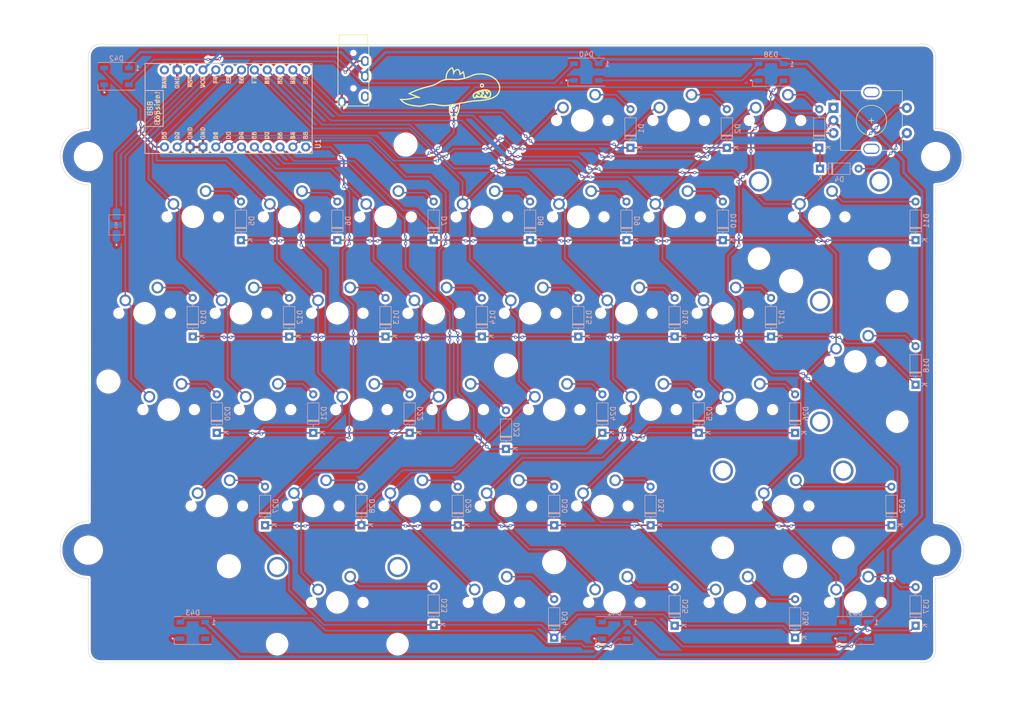
<source format=kicad_pcb>
(kicad_pcb (version 20221018) (generator pcbnew)
  (layers (0 "F.Cu" signal) (31 "B.Cu" signal) (34 "B.Paste" user) (35 "F.Paste" user) (36 "B.SilkS" user "B.Silkscreen") (37 "F.SilkS" user "F.Silkscreen") (38 "B.Mask" user) (39 "F.Mask" user) (44 "Edge.Cuts" user))
  (net 0 "")
  (net 1 "row0")
  (net 2 "Net-(D1-A)")
  (net 3 "Net-(D2-A)")
  (net 4 "Net-(D3-A)")
  (net 5 "Net-(D4-A)")
  (net 6 "row1")
  (net 7 "Net-(D5-A)")
  (net 8 "Net-(D6-A)")
  (net 9 "Net-(D7-A)")
  (net 10 "Net-(D8-A)")
  (net 11 "Net-(D9-A)")
  (net 12 "Net-(D10-A)")
  (net 13 "Net-(D11-A)")
  (net 14 "row2")
  (net 15 "Net-(D12-A)")
  (net 16 "Net-(D13-A)")
  (net 17 "Net-(D14-A)")
  (net 18 "Net-(D15-A)")
  (net 19 "Net-(D16-A)")
  (net 20 "Net-(D17-A)")
  (net 21 "Net-(D18-A)")
  (net 22 "Net-(D19-A)")
  (net 23 "row3")
  (net 24 "Net-(D20-A)")
  (net 25 "Net-(D21-A)")
  (net 26 "Net-(D22-A)")
  (net 27 "Net-(D23-A)")
  (net 28 "Net-(D24-A)")
  (net 29 "Net-(D25-A)")
  (net 30 "Net-(D26-A)")
  (net 31 "row4")
  (net 32 "Net-(D27-A)")
  (net 33 "Net-(D28-A)")
  (net 34 "Net-(D29-A)")
  (net 35 "Net-(D30-A)")
  (net 36 "Net-(D31-A)")
  (net 37 "Net-(D32-A)")
  (net 38 "row5")
  (net 39 "Net-(D33-A)")
  (net 40 "Net-(D34-A)")
  (net 41 "Net-(D35-A)")
  (net 42 "Net-(D36-A)")
  (net 43 "Net-(D37-A)")
  (net 44 "GND")
  (net 45 "VCC")
  (net 46 "LED")
  (net 47 "col4")
  (net 48 "col5")
  (net 49 "col6")
  (net 50 "col1")
  (net 51 "col2")
  (net 52 "col3")
  (net 53 "col7")
  (net 54 "col0")
  (net 55 "Net-(U1-RST)")
  (net 56 "encA")
  (net 57 "encB")
  (net 58 "/TRRS-DATA")
  (net 61 "Net-(D38-VSS)")
  (net 62 "Net-(D38-VDD)")
  (net 63 "Net-(D39-VSS)")
  (net 64 "Net-(D40-VDD)")
  (net 65 "Net-(D41-VSS)")
  (footprint "marbastlib-mx:SW_MX_1u" (layer "F.Cu") (at 133.341 63.4966)
    (fp_text reference "MX9" hide)
    (fp_text value "MX_SW_HS")
  )
  (footprint "marbastlib-mx:SW_MX_1u" (layer "F.Cu") (at 138.1038 120.6424)
    (fp_text reference "MX31" hide)
    (fp_text value "MX_SW_HS")
  )
  (footprint "MountingHole:MountingHole_5.3mm_M5" (layer "F.Cu") (at 203.9809 129.3731)
    (fp_text reference "H11" hide)
    (fp_text value "MountingHole")
  )
  (footprint "marbastlib-mx:SW_MX_1.25u" (layer "F.Cu") (at 116.6739 139.6912)
    (fp_text reference "MX34" hide)
    (fp_text value "MX_SW_HS")
  )
  (footprint "MountingHole:MountingHole_4.3mm_M4" (layer "F.Cu") (at 40.4787 96.0377)
    (fp_text reference "H6" hide)
    (fp_text value "MountingHole")
  )
  (footprint "MountingHole:MountingHole_4.3mm_M4" (layer "F.Cu") (at 64.2897 132.5479)
    (fp_text reference "H5" hide)
    (fp_text value "MountingHole")
  )
  (footprint "marbastlib-mx:SW_MX_1u" (layer "F.Cu") (at 52.3842 101.5936)
    (fp_text reference "MX20" hide)
    (fp_text value "MX_SW_HS")
  )
  (footprint "MountingHole:MountingHole_5.3mm_M5" (layer "F.Cu") (at 36.5102 51.5905)
    (fp_text reference "H8" hide)
    (fp_text value "MountingHole")
  )
  (footprint "MountingHole:MountingHole_5.3mm_M5" (layer "F.Cu") (at 203.9809 51.5905)
    (fp_text reference "H9" hide)
    (fp_text value "MountingHole")
  )
  (footprint "marbastlib-mx:SW_MX_1u" (layer "F.Cu") (at 109.5306 101.5936)
    (fp_text reference "MX23" hide)
    (fp_text value "MX_SW_HS")
  )
  (footprint "Keebio-Parts:RotaryEncoder_EC11" (layer "F.Cu") (at 191.2817 44.4472)
    (fp_text reference "SW2")
    (fp_text value "RotaryEncoder_Switch")
  )
  (footprint "marbastlib-mx:STAB_MX_P_ISO" (layer "F.Cu") (at 188.10705 92.0692)
    (fp_text reference "S3" hide)
    (fp_text value "MX_stab")
  )
  (footprint "marbastlib-mx:SW_MX_1.25u" (layer "F.Cu") (at 188.1069 139.6912)
    (fp_text reference "MX37" hide)
    (fp_text value "MX_SW_HS")
  )
  (footprint "marbastlib-mx:SW_MX_1u" (layer "F.Cu") (at 85.7196 139.6912)
    (fp_text reference "MX33" hide)
    (fp_text value "MX_SW_HS")
  )
  (footprint "marbastlib-mx:SW_MX_1u" (layer "F.Cu") (at 100.0062 120.6424)
    (fp_text reference "MX29" hide)
    (fp_text value "MX_SW_HS")
  )
  (footprint "marbastlib-mx:STAB_MX_P_2u" (layer "F.Cu") (at 85.7196 139.6912)
    (fp_text reference "S4" hide)
    (fp_text value "MX_stab")
  )
  (footprint "marbastlib-mx:SW_MX_1u" (layer "F.Cu") (at 119.055 120.6424)
    (fp_text reference "MX30" hide)
    (fp_text value "MX_SW_HS")
  )
  (footprint "marbastlib-mx:SW_MX_1u" (layer "F.Cu") (at 114.2922 63.4966)
    (fp_text reference "MX8" hide)
    (fp_text value "MX_SW_HS")
  )
  (footprint "ScottoKeebs_Components:TRRS_PJ-320A" (layer "F.Cu") (at 88.8944 29.4976)
    (fp_text reference "U2")
    (fp_text value "TRRS")
  )
  (footprint "marbastlib-mx:STAB_MX_P_2u" (layer "F.Cu") (at 180.9636 63.496)
    (fp_text reference "S1" hide)
    (fp_text value "MX_stab")
  )
  (footprint "marbastlib-mx:SW_MX_1u" (layer "F.Cu") (at 85.7196 82.5448)
    (fp_text reference "MX13" hide)
    (fp_text value "MX_SW_HS")
  )
  (footprint "marbastlib-mx:SW_MX_1u" (layer "F.Cu") (at 80.9574 120.6424)
    (fp_text reference "MX28" hide)
    (fp_text value "MX_SW_HS")
  )
  (footprint "marbastlib-mx:SW_MX_1u" (layer "F.Cu") (at 95.2434 63.4966)
    (fp_text reference "MX7" hide)
    (fp_text value "MX_SW_HS")
  )
  (footprint "marbastlib-mx:SW_MX_1u" (layer "F.Cu") (at 47.622 82.5448)
    (fp_text reference "MX19" hide)
    (fp_text value "MX_SW_HS")
  )
  (footprint "marbastlib-mx:SW_MX_1.25u" (layer "F.Cu") (at 140.4849 139.6912)
    (fp_text reference "MX35" hide)
    (fp_text value "MX_SW_HS")
  )
  (footprint "marbastlib-mx:SW_MX_1u" (layer "F.Cu") (at 66.6708 82.5448)
    (fp_text reference "MX12" hide)
    (fp_text value "MX_SW_HS")
  )
  (footprint "marbastlib-mx:SW_MX_1u" (layer "F.Cu") (at 153.1841 44.4472)
    (fp_text reference "MX2" hide)
    (fp_text value "MX_SW_HS")
  )
  (footprint "MountingHole:MountingHole_4.3mm_M4" (layer "F.Cu") (at 99.2125 49.2094)
    (fp_text reference "H1" hide)
    (fp_text value "MountingHole")
  )
  (footprint "marbastlib-mx:SW_MX_1u" (layer "F.Cu") (at 104.7684 82.5448)
    (fp_text reference "MX14" hide)
    (fp_text value "MX_SW_HS")
  )
  (footprint "marbastlib-mx:STAB_MX_P_2.75u" (layer "F.Cu") (at 173.81865 120.643)
    (fp_text reference "S2" hide)
    (fp_text value "MX_stab")
  )
  (footprint "marbastlib-mx:SW_MX_1u" (layer "F.Cu") (at 188.10705 92.0692)
    (fp_text reference "MX18" hide)
    (fp_text value "MX_SW_HS")
  )
  (footprint "marbastlib-mx:SW_MX_1u" (layer "F.Cu") (at 90.4818 101.5936)
    (fp_text reference "MX22" hide)
    (fp_text value "MX_SW_HS")
  )
  (footprint "marbastlib-mx:SW_MX_1u" (layer "F.Cu") (at 172.2329 44.4472)
    (fp_text reference "MX3" hide)
    (fp_text value "MX_SW_HS")
  )
  (footprint "marbastlib-mx:SW_MX_1u" (layer "F.Cu") (at 57.1458 63.4966)
    (fp_text reference "MX5" hide)
    (fp_text value "MX_SW_HS")
  )
  (footprint "marbastlib-mx:SW_MX_1u" (layer "F.Cu") (at 147.6282 101.5936)
    (fp_text reference "MX25" hide)
    (fp_text value "MX_SW_HS")
  )
  (footprint "MountingHole:MountingHole_5.3mm_M5" (layer "F.Cu") (at 36.5102 129.3731)
    (fp_text reference "H10" hide)
    (fp_text value "MountingHole")
  )
  (footprint "marbastlib-mx:SW_MX_1u" (layer "F.Cu") (at 152.3898 63.4966)
    (fp_text reference "MX10" hide)
    (fp_text value "MX_SW_HS")
  )
  (footprint "marbastlib-xp-promicroish:ProMicro_Reversible_Single" (layer "F.Cu") (at 65.5135 42.0661 90)
    (fp_text reference "U1")
    (fp_text value "ProMicro")
  )
  (footprint "marbastlib-mx:SW_MX_1u" (layer "F.Cu") (at 61.9086 120.6424)
    (fp_text reference "MX27" hide)
    (fp_text value "MX_SW_HS")
  )
  (footprint "MountingHole:MountingHole_4.3mm_M4" (layer "F.Cu") (at 176.2014 132.5479)
    (fp_text reference "H4" hide)
    (fp_text value "MountingHole")
  )
  (footprint "marbastlib-mx:SW_MX_1u" (layer "F.Cu") (at 173.81865 120.643)
    (fp_text reference "MX32" hide)
    (fp_text value "MX_SW_HS")
  )
  (footprint "MountingHole:MountingHole_4.3mm_M4" (layer "F.Cu") (at 175.4077 76.1952)
    (fp_text reference "H2" hide)
    (fp_text value "MountingHole")
  )
  (footprint "marbastlib-mx:SW_MX_1u" (layer "F.Cu") (at 166.677 101.5936)
    (fp_text reference "MX26" hide)
    (fp_text value "MX_SW_HS")
  )
  (footprint "marbastlib-mx:SW_MX_1u" (layer "F.Cu") (at 142.866 82.5448)
    (fp_text reference "MX16" hide)
    (fp_text value "MX_SW_HS")
  )
  (footprint "MountingHole:MountingHole_4.3mm_M4" (layer "F.Cu") (at 119.055 92.8629)
    (fp_text reference "H7" hide)
    (fp_text value "MountingHole")
  )
  (footprint "marbastlib-mx:SW_MX_1u" (layer "F.Cu") (at 180.9636 63.496)
    (fp_text reference "MX11" hide)
    (fp_text value "MX_SW_HS")
  )
  (footprint "marbastlib-mx:SW_MX_1u" (layer "F.Cu") (at 128.5794 101.5936)
    (fp_text reference "MX24" hide)
    (fp_text value "MX_SW_HS")
  )
  (footprint "marbastlib-mx:SW_MX_1.25u" (layer "F.Cu") (at 164.2959 139.6912)
    (fp_text reference "MX36" hide)
    (fp_text value "MX_SW_HS")
  )
  (footprint "MountingHole:MountingHole_4.3mm_M4" (layer "F.Cu") (at 128.5794 131.7542)
    (fp_text reference "H3" hide)
    (fp_text value "MountingHole")
  )
  (footprint "marbastlib-mx:SW_MX_1u" (layer "F.Cu") (at 123.8172 82.5448)
    (fp_text reference "MX15" hide)
    (fp_text value "MX_SW_HS")
  )
  (footprint "marbastlib-mx:SW_MX_1u" (layer "F.Cu") (at 71.433 101.5936)
    (fp_text reference "MX21" hide)
    (fp_text value "MX_SW_HS")
  )
  (footprint "LOGO" (layer "F.Cu") (at 107.9432 38.8913)
    (fp_text reference "G***" hide)
    (fp_text value "LOGO" hide)
  )
  (footprint "marbastlib-mx:SW_MX_1u" (layer "F.Cu") (at 161.9148 82.5448)
    (fp_text reference "MX17" hide)
    (fp_text value "MX_SW_HS")
  )
  (footprint "marbastlib-mx:SW_MX_1u" (layer "F.Cu") (at 134.1353 44.4472)
    (fp_text reference "MX1" hide)
    (fp_text value "MX_SW_HS")
  )
  (footprint "marbastlib-mx:SW_MX_1u" (layer "F.Cu") (at 76.1946 63.4966)
    (fp_text reference "MX6" hide)
    (fp_text value "MX_SW_HS")
  )
  (footprint "Diode_THT:D_DO-35_SOD27_P7.62mm_Horizontal" (layer "B.Cu") (at 128.5794 146.676 90)
    (fp_text reference "D34")
    (fp_text value "Diode")
  )
  (footprint "Diode_THT:D_DO-35_SOD27_P7.62mm_Horizontal" (layer "B.Cu") (at 157.1526 106.1973 90)
    (fp_text reference "D25")
    (fp_text value "Diode")
  )
  (footprint "Diode_THT:D_DO-35_SOD27_P7.62mm_Horizontal" (layer "B.Cu") (at 85.7196 68.0997 90)
    (fp_text reference "D6")
    (fp_text value "Diode")
  )
  (footprint "Diode_THT:D_DO-35_SOD27_P7.62mm_Horizontal" (layer "B.Cu") (at 152.3904 144.2949 90)
    (fp_text reference "D35")
    (fp_text value "Diode")
  )
  (footprint "Diode_THT:D_DO-35_SOD27_P7.62mm_Horizontal" (layer "B.Cu") (at 195.2502 124.4524 90)
    (fp_text reference "D32")
    (fp_text value "Diode")
  )
  (footprint "kbd:ResetSMD_SG" (layer "B.Cu") (at 42.0661 65.0834 -90)
    (fp_text reference "SW1" hide)
    (fp_text value "RESET")
  )
  (footprint "Diode_THT:D_DO-35_SOD27_P7.62mm_Horizontal" (layer "B.Cu") (at 161.9148 68.0997 90)
    (fp_text reference "D10")
    (fp_text value "Diode")
  )
  (footprint "Diode_THT:D_DO-35_SOD27_P7.62mm_Horizontal" (layer "B.Cu") (at 181.1221 53.9716)
    (fp_text reference "D4")
    (fp_text value "Diode")
  )
  (footprint "Diode_THT:D_DO-35_SOD27_P7.62mm_Horizontal" (layer "B.Cu") (at 109.5306 124.4524 90)
    (fp_text reference "D29")
    (fp_text value "Diode")
  )
  (footprint "Diode_THT:D_DO-35_SOD27_P7.62mm_Horizontal" (layer "B.Cu") (at 133.3416 87.1485 90)
    (fp_text reference "D15")
    (fp_text value "Diode")
  )
  (footprint "Diode_THT:D_DO-35_SOD27_P7.62mm_Horizontal" (layer "B.Cu") (at 128.5794 124.4524 90)
    (fp_text reference "D30")
    (fp_text value "Diode")
  )
  (footprint "Diode_THT:D_DO-35_SOD27_P7.62mm_Horizontal" (layer "B.Cu") (at 200.0124 96.6729 90)
    (fp_text reference "D18")
    (fp_text value "Diode")
  )
  (footprint "LED_SMD:LED_WS2812B_PLCC4_5.0x5.0mm_P3.2mm" (layer "B.Cu") (at 188.1069 145.2471 180)
    (fp_text reference "D39")
    (fp_text value "SK6812MINI")
  )
  (footprint "Diode_THT:D_DO-35_SOD27_P7.62mm_Horizontal" (layer "B.Cu") (at 142.866 68.0997 90)
    (fp_text reference "D9")
    (fp_text value "Diode")
  )
  (footprint "LED_SMD:LED_WS2812B_PLCC4_5.0x5.0mm_P3.2mm" (layer "B.Cu") (at 57.1464 145.2471 180)
    (fp_text reference "D43")
    (fp_text value "SK6812MINI")
  )
  (footprint "Diode_THT:D_DO-35_SOD27_P7.62mm_Horizontal" (layer "B.Cu") (at 143.6597 49.8446 90)
    (fp_text reference "D1")
    (fp_text value "Diode")
  )
  (footprint "Diode_THT:D_DO-35_SOD27_P7.62mm_Horizontal" (layer "B.Cu") (at 61.9086 106.1973 90)
    (fp_text reference "D20")
    (fp_text value "Diode")
  )
  (footprint "Diode_THT:D_DO-35_SOD27_P7.62mm_Horizontal" (layer "B.Cu") (at 200.0124 68.0997 90)
    (fp_text reference "D11")
    (fp_text value "Diode")
  )
  (footprint "Diode_THT:D_DO-35_SOD27_P7.62mm_Horizontal" (layer "B.Cu") (at 119.055 109.3721 90)
    (fp_text reference "D23")
    (fp_text value "Diode")
  )
  (footprint "Diode_THT:D_DO-35_SOD27_P7.62mm_Horizontal" (layer "B.Cu") (at 100.0062 106.1973 90)
    (fp_text reference "D22")
    (fp_text value "Diode")
  )
  (footprint "LED_SMD:LED_WS2812B_PLCC4_5.0x5.0mm_P3.2mm" (layer "B.Cu") (at 171.4392 34.9228 180)
    (fp_text reference "D38")
    (fp_text value "SK6812MINI")
  )
  (footprint "LED_SMD:LED_WS2812B_PLCC4_5.0x5.0mm_P3.2mm" (layer "B.Cu") (at 134.929 34.8791 180)
    (fp_text reference "D40")
    (fp_text value "SK6812MINI")
  )
  (footprint "Diode_THT:D_DO-35_SOD27_P7.62mm_Horizontal" (layer "B.Cu") (at 176.2014 146.676 90)
    (fp_text reference "D36")
    (fp_text value "Diode")
  )
  (footprint "Diode_THT:D_DO-35_SOD27_P7.62mm_Horizontal" (layer "B.Cu") (at 71.433 124.4524 90)
    (fp_text reference "D27")
    (fp_text value "Diode")
  )
  (footprint "LED_SMD:LED_WS2812B_PLCC4_5.0x5.0mm_P3.2mm" (layer "B.Cu") (at 140.4849 145.2471 180)
    (fp_text reference "D41")
    (fp_text value "SK6812MINI")
  )
  (footprint "Diode_THT:D_DO-35_SOD27_P7.62mm_Horizontal" (layer "B.Cu") (at 138.1038 106.1973 90)
    (fp_text reference "D24")
    (fp_text value "Diode")
  )
  (footprint "Diode_THT:D_DO-35_SOD27_P7.62mm_Horizontal" (layer "B.Cu") (at 76.1952 87.1485 90)
    (fp_text reference "D12")
    (fp_text value "Diode")
  )
  (footprint "Diode_THT:D_DO-35_SOD27_P7.62mm_Horizontal" (layer "B.Cu") (at 104.7684 144.1364 90)
    (fp_text reference "D33")
    (fp_text value "Diode")
  )
  (footprint "Diode_THT:D_DO-35_SOD27_P7.62mm_Horizontal" (layer "B.Cu") (at 152.3904 87.1485 90)
    (fp_text reference "D16")
    (fp_text value "Diode")
  )
  (footprint "Diode_THT:D_DO-35_SOD27_P7.62mm_Horizontal" (layer "B.Cu") (at 162.7085 49.8446 90)
    (fp_text reference "D2")
    (fp_text value "Diode")
  )
  (footprint "Diode_THT:D_DO-35_SOD27_P7.62mm_Horizontal" (layer "B.Cu") (at 123.8172 68.0997 90)
    (fp_text reference "D8")
    (fp_text value "Diode")
  )
  (footprint "Diode_THT:D_DO-35_SOD27_P7.62mm_Horizontal" (layer "B.Cu") (at 95.244 87.1485 90)
    (fp_text reference "D13")
    (fp_text value "Diode")
  )
  (footprint "Diode_THT:D_DO-35_SOD27_P7.62mm_Horizontal" (layer "B.Cu") (at 147.6282 124.4524 90)
    (fp_text reference "D31")
    (fp_text value "Diode")
  )
  (footprint "Diode_THT:D_DO-35_SOD27_P7.62mm_Horizontal" (layer "B.Cu") (at 176.2014 106.1973 90)
    (fp_text reference "D26")
    (fp_text value "Diode")
  )
  (footprint "Diode_THT:D_DO-35_SOD27_P7.62mm_Horizontal" (layer "B.Cu") (at 90.4818 124.4524 90)
    (fp_text reference "D28")
    (fp_text value "Diode")
  )
  (footprint "LED_SMD:LED_WS2812B_PLCC4_5.0x5.0mm_P3.2mm" (layer "B.Cu") (at 42.0661 35.7165 180)
    (fp_text reference "D42")
    (fp_text value "SK6812MINI")
  )
  (footprint "Diode_THT:D_DO-35_SOD27_P7.62mm_Horizontal" (layer "B.Cu") (at 180.9636 49.8446 90)
    (fp_text reference "D3")
    (fp_text value "Diode")
  )
  (footprint "Diode_THT:D_DO-35_SOD27_P7.62mm_Horizontal" (layer "B.Cu") (at 114.2928 87.1485 90)
    (fp_text reference "D14")
    (fp_text value "Diode")
  )
  (footprint "Diode_THT:D_DO-35_SOD27_P7.62mm_Horizontal" (layer "B.Cu") (at 200.0124 144.2949 90)
    (fp_text reference "D37")
    (fp_text value "Diode")
  )
  (footprint "Diode_THT:D_DO-35_SOD27_P7.62mm_Horizontal" (layer "B.Cu") (at 104.7684 68.0997 90)
    (fp_text reference "D7")
    (fp_text value "Diode")
  )
  (footprint "Diode_THT:D_DO-35_SOD27_P7.62mm_Horizontal" (layer "B.Cu") (at 57.1464 87.1485 90)
    (fp_text reference "D19")
    (fp_text value "Diode")
  )
  (footprint "Diode_THT:D_DO-35_SOD27_P7.62mm_Horizontal" (layer "B.Cu") (at 66.6708 68.0997 90)
    (fp_text reference "D5")
    (fp_text value "Diode")
  )
  (footprint "Diode_THT:D_DO-35_SOD27_P7.62mm_Horizontal" (layer "B.Cu") (at 80.9574 106.1973 90)
    (fp_text reference "D21")
    (fp_text value "Diode")
  )
  (footprint "Diode_THT:D_DO-35_SOD27_P7.62mm_Horizontal" (layer "B.Cu") (at 171.4392 87.1485 90)
    (fp_text reference "D17")
    (fp_text value "Diode")
  )
  (gr_line (start 36.5102 46.0346) (end 36.5102 31.748) (stroke (width 0.1)) (layer "Edge.Cuts"))
  (gr_line (start 203.9809 149.2156) (end 203.924494 134.985406) (stroke (width 0.1)) (layer "Edge.Cuts"))
  (gr_arc (start 38.8913 151.5967) (mid 37.207608 150.899292) (end 36.5102 149.2156) (stroke (width 0.1)) (layer "Edge.Cuts"))
  (gr_arc (start 203.9809 46.0346) (mid 209.593206 51.646906) (end 203.9809 57.259212) (stroke (width 0.1)) (layer "Edge.Cuts"))
  (gr_line (start 201.5998 151.5967) (end 38.8913 151.5967) (stroke (width 0.05)) (layer "Edge.Cuts"))
  (gr_arc (start 36.5102 31.748) (mid 37.207608 30.064308) (end 38.8913 29.3669) (stroke (width 0.1)) (layer "Edge.Cuts"))
  (gr_arc (start 201.5998 29.3669) (mid 203.283492 30.064308) (end 203.9809 31.748) (stroke (width 0.1)) (layer "Edge.Cuts"))
  (gr_arc (start 203.924494 123.760794) (mid 209.5368 129.3731) (end 203.924494 134.985406) (stroke (width 0.1)) (layer "Edge.Cuts"))
  (gr_arc (start 36.566606 57.146686) (mid 30.954085 51.618989) (end 36.5102 46.0346) (stroke (width 0.1)) (layer "Edge.Cuts"))
  (gr_arc (start 203.9809 149.2156) (mid 203.283492 150.899292) (end 201.5998 151.5967) (stroke (width 0.1)) (layer "Edge.Cuts"))
  (gr_arc (start 36.5102 134.929) (mid 30.897894 129.316694) (end 36.5102 123.704388) (stroke (width 0.1)) (layer "Edge.Cuts"))
  (gr_line (start 203.9809 57.259212) (end 203.924494 123.760794) (stroke (width 0.05)) (layer "Edge.Cuts"))
  (gr_line (start 203.9809 46.0346) (end 203.9809 31.748) (stroke (width 0.1)) (layer "Edge.Cuts"))
  (gr_line (start 36.5102 149.2156) (end 36.5102 134.929) (stroke (width 0.1)) (layer "Edge.Cuts"))
  (gr_line (start 36.5102 123.704388) (end 36.566606 57.1464) (stroke (width 0.05)) (layer "Edge.Cuts"))
  (gr_line (start 38.8913 29.3669) (end 201.5998 29.3669) (stroke (width 0.05)) (layer "Edge.Cuts"))
  (segment (start 141.1201 49.8446) (end 140.42193 49.14643) (width 0.3) (layer "F.Cu") (net 1))
  (segment (start 143.6597 49.8446) (end 141.1201 49.8446) (width 0.3) (layer "F.Cu") (net 1))
  (segment (start 123.87977 48.47827) (end 122.96053 47.55903) (width 0.3) (layer "F.Cu") (net 1))
  (segment (start 158.77256 49.8446) (end 158.67703 49.94013) (width 0.3) (layer "F.Cu") (net 1))
  (segment (start 162.7085 49.8446) (end 158.77256 49.8446) (width 0.3) (layer "F.Cu") (net 1))
  (via (at 123.87977 48.47827) (size 0.6) (drill 0.3) (layers "F.Cu" "B.Cu") (net 1))
  (via (at 140.42193 49.14643) (size 0.6) (drill 0.3) (layers "F.Cu" "B.Cu") (net 1))
  (via (at 122.96053 47.55903) (size 0.6) (drill 0.3) (layers "F.Cu" "B.Cu") (net 1))
  (via (at 158.67703 49.94013) (size 0.6) (drill 0.3) (layers "F.Cu" "B.Cu") (net 1))
  (segment (start 181.1221 50.0031) (end 180.9636 49.8446) (width 0.3) (layer "B.Cu") (net 1))
  (segment (start 158.5815 49.8446) (end 143.6597 49.8446) (width 0.3) (layer "B.Cu") (net 1))
  (segment (start 180.9636 49.8446) (end 162.7085 49.8446) (width 0.3) (layer "B.Cu") (net 1))
  (segment (start 181.1221 53.9716) (end 181.1221 50.0031) (width 0.3) (layer "B.Cu") (net 1))
  (segment (start 124.54793 49.14643) (end 123.87977 48.47827) (width 0.3) (layer "B.Cu") (net 1))
  (segment (start 140.42193 49.14643) (end 124.54793 49.14643) (width 0.3) (layer "B.Cu") (net 1))
  (segment (start 118.2613 42.8598) (end 86.830254 42.8598) (width 0.3) (layer "B.Cu") (net 1))
  (segment (start 86.830254 42.8598) (end 79.4835 35.513046) (width 0.3) (layer "B.Cu") (net 1))
  (segment (start 122.96053 47.55903) (end 118.2613 42.8598) (width 0.3) (layer "B.Cu") (net 1))
  (segment (start 79.4835 35.513046) (end 79.4835 34.4461) (width 0.3) (layer "B.Cu") (net 1))
  (segment (start 158.67703 49.94013) (end 158.5815 49.8446) (width 0.3) (layer "B.Cu") (net 1))
  (segment (start 136.6753 39.3672) (end 140.8023 39.3672) (width 0.3) (layer "B.Cu") (net 2))
  (segment (start 140.8023 39.3672) (end 143.6597 42.2246) (width 0.3) (layer "B.Cu") (net 2))
  (segment (start 159.8511 39.3672) (end 162.7085 42.2246) (width 0.3) (layer "B.Cu") (net 3))
  (segment (start 155.7241 39.3672) (end 159.8511 39.3672) (width 0.3) (layer "B.Cu") (net 3))
  (segment (start 178.1062 39.3672) (end 180.9636 42.2246) (width 0.3) (layer "B.Cu") (net 4))
  (segment (start 174.7729 39.3672) (end 178.1062 39.3672) (width 0.3) (layer "B.Cu") (net 4))
  (segment (start 195.116719 50.930281) (end 196.177381 49.869619) (width 0.3) (layer "F.Cu") (net 5))
  (via (at 195.116719 50.930281) (size 0.6) (drill 0.3) (layers "F.Cu" "B.Cu") (net 5))
  (via (at 196.177381 49.869619) (size 0.6) (drill 0.3) (layers "F.Cu" "B.Cu") (net 5))
  (segment (start 196.177381 49.869619) (end 196.177381 49.051519) (width 0.3) (layer "B.Cu") (net 5))
  (segment (start 196.177381 49.051519) (end 198.2817 46.9472) (width 0.3) (layer "B.Cu") (net 5))
  (segment (start 192.0754 53.9716) (end 195.116719 50.930281) (width 0.3) (layer "B.Cu") (net 5))
  (segment (start 188.7421 53.9716) (end 192.0754 53.9716) (width 0.3) (layer "B.Cu") (net 5))
  (segment (start 73.0204 68.2582) (end 74.4507 68.2582) (width 0.3) (layer "F.Cu") (net 6))
  (segment (start 130.031 68.2582) (end 131.331 68.2582) (width 0.3) (layer "F.Cu") (net 6))
  (segment (start 180.90083 68.32097) (end 182.48823 68.32097) (width 0.3) (layer "F.Cu") (net 6))
  (segment (start 111.118 68.2582) (end 112.5483 68.2582) (width 0.3) (layer "F.Cu") (net 6))
  (segment (start 149.2156 68.2582) (end 150.803 68.2582) (width 0.3) (layer "F.Cu") (net 6))
  (segment (start 182.48823 68.32097) (end 182.61377 68.19543) (width 0.3) (layer "F.Cu") (net 6))
  (segment (start 92.1995 68.2582) (end 93.6566 68.2582) (width 0.3) (layer "F.Cu") (net 6))
  (via (at 149.2156 68.2582) (size 0.6) (drill 0.3) (layers "F.Cu" "B.Cu") (net 6))
  (via (at 111.118 68.2582) (size 0.6) (drill 0.3) (layers "F.Cu" "B.Cu") (net 6))
  (via (at 150.803 68.2582) (size 0.6) (drill 0.3) (layers "F.Cu" "B.Cu") (net 6))
  (via (at 93.6566 68.2582) (size 0.6) (drill 0.3) (layers "F.Cu" "B.Cu") (net 6))
  (via (at 182.61377 68.19543) (size 0.6) (drill 0.3) (layers "F.Cu" "B.Cu") (net 6))
  (via (at 74.4507 68.2582) (size 0.6) (drill 0.3) (layers "F.Cu" "B.Cu") (net 6))
  (via (at 112.5483 68.2582) (size 0.6) (drill 0.3) (layers "F.Cu" "B.Cu") (net 6))
  (via (at 180.90083 68.32097) (size 0.6) (drill 0.3) (layers "F.Cu" "B.Cu") (net 6))
  (via (at 92.1995 68.2582) (size 0.6) (drill 0.3) (layers "F.Cu" "B.Cu") (net 6))
  (via (at 130.031 68.2582) (size 0.6) (drill 0.3) (layers "F.Cu" "B.Cu") (net 6))
  (via (at 131.331 68.2582) (size 0.6) (drill 0.3) (layers "F.Cu" "B.Cu") (net 6))
  (via (at 73.0204 68.2582) (size 0.6) (drill 0.3) (layers "F.Cu" "B.Cu") (net 6))
  (segment (start 104.7684 68.0997) (end 110.9595 68.0997) (width 0.3) (layer "B.Cu") (net 6))
  (segment (start 131.331 68.2582) (end 131.4895 68.0997) (width 0.3) (layer "B.Cu") (net 6))
  (segment (start 101.1129 62.2216) (end 104.7684 65.8771) (width 0.3) (layer "B.Cu") (net 6))
  (segment (start 123.8172 68.0997) (end 129.8725 68.0997) (width 0.3) (layer "B.Cu") (net 6))
  (segment (start 161.9148 68.0997) (end 180.67956 68.0997) (width 0.3) (layer "B.Cu") (net 6))
  (segment (start 72.8619 68.0997) (end 73.0204 68.2582) (width 0.3) (layer "B.Cu") (net 6))
  (segment (start 74.4507 68.2582) (end 74.6092 68.0997) (width 0.3) (layer "B.Cu") (net 6))
  (segment (start 112.5483 68.2582) (end 112.7068 68.0997) (width 0.3) (layer "B.Cu") (net 6))
  (segment (start 149.0571 68.0997) (end 149.2156 68.2582) (width 0.3) (layer "B.Cu") (net 6))
  (segment (start 92.041 68.0997) (end 92.1995 68.2582) (width 0.3) (layer "B.Cu") (net 6))
  (segment (start 98.7318 62.2216) (end 101.1129 62.2216) (width 0.3) (layer "B.Cu") (net 6))
  (segment (start 150.9615 68.0997) (end 161.9148 68.0997) (width 0.3) (layer "B.Cu") (net 6))
  (segment (start 131.4895 68.0997) (end 142.866 68.0997) (width 0.3) (layer "B.Cu") (net 6))
  (segment (start 93.6566 68.2582) (end 93.8151 68.0997) (width 0.3) (layer "B.Cu") (net 6))
  (segment (start 180.67956 68.0997) (end 180.90083 68.32097) (width 0.3) (layer "B.Cu") (net 6))
  (segment (start 129.8725 68.0997) (end 130.031 68.2582) (width 0.3) (layer "B.Cu") (net 6))
  (segment (start 142.866 68.0997) (end 149.0571 68.0997) (width 0.3) (layer "B.Cu") (net 6))
  (segment (start 150.803 68.2582) (end 150.9615 68.0997) (width 0.3) (layer "B.Cu") (net 6))
  (segment (start 182.7095 68.0997) (end 200.0124 68.0997) (width 0.3) (layer "B.Cu") (net 6))
  (segment (start 112.7068 68.0997) (end 123.8172 68.0997) (width 0.3) (layer "B.Cu") (net 6))
  (segment (start 88.958494 52.448294) (end 98.7318 62.2216) (width 0.3) (layer "B.Cu") (net 6))
  (segment (start 74.6092 68.0997) (end 85.7196 68.0997) (width 0.3) (layer "B.Cu") (net 6))
  (segment (start 66.6708 68.0997) (end 72.8619 68.0997) (width 0.3) (layer "B.Cu") (net 6))
  (segment (start 104.7684 65.8771) (end 104.7684 68.0997) (width 0.3) (layer "B.Cu") (net 6))
  (segment (start 110.9595 68.0997) (end 111.118 68.2582) (width 0.3) (layer "B.Cu") (net 6))
  (segment (start 77.165694 52.448294) (end 88.958494 52.448294) (width 0.3) (layer "B.Cu") (net 6))
  (segment (start 182.61377 68.19543) (end 182.7095 68.0997) (width 0.3) (layer "B.Cu") (net 6))
  (segment (start 74.4035 49.6861) (end 77.165694 52.448294) (width 0.3) (layer "B.Cu") (net 6))
  (segment (start 85.7196 68.0997) (end 92.041 68.0997) (width 0.3) (layer "B.Cu") (net 6))
  (segment (start 93.8151 68.0997) (end 104.7684 68.0997) (width 0.3) (layer "B.Cu") (net 6))
  (segment (start 59.6858 58.4166) (end 64.6077 58.4166) (width 0.3) (layer "B.Cu") (net 7))
  (segment (start 64.6077 58.4166) (end 66.6708 60.4797) (width 0.3) (layer "B.Cu") (net 7))
  (segment (start 83.9737 58.7338) (end 85.7196 60.4797) (width 0.3) (layer "B.Cu") (net 8))
  (segment (start 79.0518 58.7338) (end 83.9737 58.7338) (width 0.3) (layer "B.Cu") (net 8))
  (segment (start 78.7346 58.4166) (end 79.0518 58.7338) (width 0.3) (layer "B.Cu") (net 8))
  (segment (start 97.7834 58.4166) (end 98.1006 58.7338) (width 0.3) (layer "B.Cu") (net 9))
  (segment (start 103.0225 58.7338) (end 104.7684 60.4797) (width 0.3) (layer "B.Cu") (net 9))
  (segment (start 98.1006 58.7338) (end 103.0225 58.7338) (width 0.3) (layer "B.Cu") (net 9))
  (segment (start 121.7541 58.4166) (end 123.8172 60.4797) (width 0.3) (layer "B.Cu") (net 10))
  (segment (start 116.8322 58.4166) (end 121.7541 58.4166) (width 0.3) (layer "B.Cu") (net 10))
  (segment (start 135.881 58.4166) (end 140.8029 58.4166) (width 0.3) (layer "B.Cu") (net 11))
  (segment (start 140.8029 58.4166) (end 142.866 60.4797) (width 0.3) (layer "B.Cu") (net 11))
  (segment (start 159.8517 58.4166) (end 161.9148 60.4797) (width 0.3) (layer "B.Cu") (net 12))
  (segment (start 154.9298 58.4166) (end 159.8517 58.4166) (width 0.3) (layer "B.Cu") (net 12))
  (segment (start 183.5036 58.416) (end 185.5673 60.4797) (width 0.3) (layer "B.Cu") (net 13))
  (segment (start 185.5673 60.4797) (end 200.0124 60.4797) (width 0.3) (layer "B.Cu") (net 13))
  (segment (start 139.556 87.307) (end 140.856 87.307) (width 0.3) (layer "F.Cu") (net 14))
  (segment (start 120.955 87.307) (end 122.255 87.307) (width 0.3) (layer "F.Cu") (net 14))
  (segment (start 158.74 87.307) (end 160.3274 87.307) (width 0.3) (layer "F.Cu") (net 14))
  (segment (start 78.5763 67.4497) (end 78.5763 69.0519) (width 0.3) (layer "F.Cu") (net 14))
  (segment (start 183.64705 87.307) (end 184.94705 87.307) (width 0.3) (layer "F.Cu") (net 14))
  (segment (start 81.2646 87.307) (end 82.5646 87.307) (width 0.3) (layer "F.Cu") (net 14))
  (segment (start 63.3608 87.307) (end 64.6608 87.307) (width 0.3) (layer "F.Cu") (net 14))
  (segment (start 101.7245 87.307) (end 103.181 87.307) (width 0.3) (layer "F.Cu") (net 14))
  (via (at 139.556 87.307) (size 0.6) (drill 0.3) (layers "F.Cu" "B.Cu") (net 14))
  (via (at 78.5763 67.4497) (size 0.6) (drill 0.3) (layers "F.Cu" "B.Cu") (net 14))
  (via (at 183.64705 87.307) (size 0.6) (drill 0.3) (layers "F.Cu" "B.Cu") (net 14))
  (via (at 103.181 87.307) (size 0.6) (drill 0.3) (layers "F.Cu" "B.Cu") (net 14))
  (via (at 184.94705 87.307) (size 0.6) (drill 0.3) (layers "F.Cu" "B.Cu") (net 14))
  (via (at 63.3608 87.307) (size 0.6) (drill 0.3) (layers "F.Cu" "B.Cu") (net 14))
  (via (at 101.7245 87.307) (size 0.6) (drill 0.3) (layers "F.Cu" "B.Cu") (net 14))
  (via (at 81.2646 87.307) (size 0.6) (drill 0.3) (layers "F.Cu" "B.Cu") (net 14))
  (via (at 160.3274 87.307) (size 0.6) (drill 0.3) (layers "F.Cu" "B.Cu") (net 14))
  (via (at 158.74 87.307) (size 0.6) (drill 0.3) (layers "F.Cu" "B.Cu") (net 14))
  (via (at 120.955 87.307) (size 0.6) (drill 0.3) (layers "F.Cu" "B.Cu") (net 14))
  (via (at 78.5763 69.0519) (size 0.6) (drill 0.3) (layers "F.Cu" "B.Cu") (net 14))
  (via (at 122.255 87.307) (size 0.6) (drill 0.3) (layers "F.Cu" "B.Cu") (net 14))
  (via (at 140.856 87.307) (size 0.6) (drill 0.3) (layers "F.Cu" "B.Cu") (net 14))
  (via (at 82.5646 87.307) (size 0.6) (drill 0.3) (layers "F.Cu" "B.Cu") (net 14))
  (via (at 64.6608 87.307) (size 0.6) (drill 0.3) (layers "F.Cu" "B.Cu") (net 14))
  (segment (start 64.8193 87.1485) (end 76.1952 87.1485) (width 0.3) (layer "B.Cu") (net 14))
  (segment (start 63.2023 87.1485) (end 63.3608 87.307) (width 0.3) (layer "B.Cu") (net 14))
  (segment (start 83.3385 87.1485) (end 95.244 87.1485) (width 0.3) (layer "B.Cu") (net 14))
  (segment (start 83.4096 81.469314) (end 83.3257 81.553214) (width 0.3) (layer "B.Cu") (net 14))
  (segment (start 95.244 87.1485) (end 101.566 87.1485) (width 0.3) (layer "B.Cu") (net 14))
  (segment (start 83.3257 81.553214) (end 83.3257 87.1357) (width 0.3) (layer "B.Cu") (net 14))
  (segment (start 160.4859 87.1485) (end 171.4392 87.1485) (width 0.3) (layer "B.Cu") (net 14))
  (segment (start 114.2928 87.1485) (end 120.7965 87.1485) (width 0.3) (layer "B.Cu") (net 14))
  (segment (start 57.1464 87.1485) (end 63.2023 87.1485) (width 0.3) (layer "B.Cu") (net 14))
  (segment (start 103.3395 87.1485) (end 114.2928 87.1485) (width 0.3) (layer "B.Cu") (net 14))
  (segment (start 101.566 87.1485) (end 101.7245 87.307) (width 0.3) (layer "B.Cu") (net 14))
  (segment (start 133.3416 87.1485) (end 139.3975 87.1485) (width 0.3) (layer "B.Cu") (net 14))
  (segment (start 78.5885 67.4375) (end 78.5763 67.4497) (width 0.3) (layer "B.Cu") (net 14))
  (segment (start 171.4392 87.1485) (end 183.48855 87.1485) (width 0.3) (layer "B.Cu") (net 14))
  (segment (start 122.4135 87.1485) (end 133.3416 87.1485) (width 0.3) (layer "B.Cu") (net 14))
  (segment (start 139.3975 87.1485) (end 139.556 87.307) (width 0.3) (layer "B.Cu") (net 14))
  (segment (start 184.94705 87.307) (end 186.12925 88.4892) (width 0.3) (layer "B.Cu") (net 14))
  (segment (start 82.5646 87.307) (end 82.7231 87.1485) (width 0.3) (layer "B.Cu") (net 14))
  (segment (start 152.3904 87.1485) (end 158.5815 87.1485) (width 0.3) (layer "B.Cu") (net 14))
  (segment (start 81.1061 87.1485) (end 81.2646 87.307) (width 0.3) (layer "B.Cu") (net 14))
  (segment (start 183.48855 87.1485) (end 183.64705 87.307) (width 0.3) (layer "B.Cu") (net 14))
  (segment (start 103.181 87.307) (end 103.3395 87.1485) (width 0.3) (layer "B.Cu") (net 14))
  (segment (start 64.6608 87.307) (end 64.8193 87.1485) (width 0.3) (layer "B.Cu") (net 14))
  (segment (start 158.5815 87.1485) (end 158.74 87.307) (width 0.3) (layer "B.Cu") (net 14))
  (segment (start 191.8287 88.4892) (end 200.0124 96.6729) (width 0.3) (layer "B.Cu") (net 14))
  (segment (start 186.12925 88.4892) (end 191.8287 88.4892) (width 0.3) (layer "B.Cu") (net 14))
  (segment (start 83.4096 73.8852) (end 83.4096 81.469314) (width 0.3) (layer "B.Cu") (net 14))
  (segment (start 141.0145 87.1485) (end 152.3904 87.1485) (width 0.3) (layer "B.Cu") (net 14))
  (segment (start 160.3274 87.307) (end 160.4859 87.1485) (width 0.3) (layer "B.Cu") (net 14))
  (segment (start 83.3257 87.1357) (end 83.3385 87.1485) (width 0.3) (layer "B.Cu") (net 14))
  (segment (start 120.7965 87.1485) (end 120.955 87.307) (width 0.3) (layer "B.Cu") (net 14))
  (segment (start 140.856 87.307) (end 141.0145 87.1485) (width 0.3) (layer "B.Cu") (net 14))
  (segment (start 82.7231 87.1485) (end 83.3385 87.1485) (width 0.3) (layer "B.Cu") (net 14))
  (segment (start 76.1952 87.1485) (end 81.1061 87.1485) (width 0.3) (layer "B.Cu") (net 14))
  (segment (start 66.7835 49.6861) (end 78.5885 61.4911) (width 0.3) (layer "B.Cu") (net 14))
  (segment (start 78.5885 61.4911) (end 78.5885 67.4375) (width 0.3) (layer "B.Cu") (net 14))
  (segment (start 78.5763 69.0519) (end 83.4096 73.8852) (width 0.3) (layer "B.Cu") (net 14))
  (segment (start 122.255 87.307) (end 122.4135 87.1485) (width 0.3) (layer "B.Cu") (net 14))
  (segment (start 69.2108 77.4648) (end 74.1315 77.4648) (width 0.3) (layer "B.Cu") (net 15))
  (segment (start 74.1315 77.4648) (end 76.1952 79.5285) (width 0.3) (layer "B.Cu") (net 15))
  (segment (start 93.1803 77.4648) (end 95.244 79.5285) (width 0.3) (layer "B.Cu") (net 16))
  (segment (start 88.2596 77.4648) (end 93.1803 77.4648) (width 0.3) (layer "B.Cu") (net 16))
  (segment (start 107.3084 77.4648) (end 112.2291 77.4648) (width 0.3) (layer "B.Cu") (net 17))
  (segment (start 112.2291 77.4648) (end 114.2928 79.5285) (width 0.3) (layer "B.Cu") (net 17))
  (segment (start 131.2779 77.4648) (end 133.3416 79.5285) (width 0.3) (layer "B.Cu") (net 18))
  (segment (start 126.3572 77.4648) (end 131.2779 77.4648) (width 0.3) (layer "B.Cu") (net 18))
  (segment (start 145.406 77.4648) (end 150.3267 77.4648) (width 0.3) (layer "B.Cu") (net 19))
  (segment (start 150.3267 77.4648) (end 152.3904 79.5285) (width 0.3) (layer "B.Cu") (net 19))
  (segment (start 169.3755 77.4648) (end 171.4392 79.5285) (width 0.3) (layer "B.Cu") (net 20))
  (segment (start 164.4548 77.4648) (end 169.3755 77.4648) (width 0.3) (layer "B.Cu") (net 20))
  (segment (start 190.64705 86.9892) (end 197.9487 86.9892) (width 0.3) (layer "B.Cu") (net 21))
  (segment (start 197.9487 86.9892) (end 200.0124 89.0529) (width 0.3) (layer "B.Cu") (net 21))
  (segment (start 50.162 77.4648) (end 55.0827 77.4648) (width 0.3) (layer "B.Cu") (net 22))
  (segment (start 55.0827 77.4648) (end 57.1464 79.5285) (width 0.3) (layer "B.Cu") (net 22))
  (segment (start 70.57633 106.29283) (end 70.70187 106.41837) (width 0.3) (layer "F.Cu") (net 23))
  (segment (start 99.2125 67.4497) (end 99.2125 68.7497) (width 0.3) (layer "F.Cu") (net 23))
  (segment (start 107.9432 86.4985) (end 107.9432 87.7985) (width 0.3) (layer "F.Cu") (net 23))
  (segment (start 113.4991 107.1495) (end 115.279359 108.929759) (width 0.3) (layer "F.Cu") (net 23))
  (segment (start 96.76863 106.29303) (end 96.86436 106.1973) (width 0.3) (layer "F.Cu") (net 23))
  (segment (start 145.97783 107.08653) (end 146.10337 107.21207) (width 0.3) (layer "F.Cu") (net 23))
  (segment (start 96.86436 106.1973) (end 100.0062 106.1973) (width 0.3) (layer "F.Cu") (net 23))
  (segment (start 68.98893 106.29283) (end 70.57633 106.29283) (width 0.3) (layer "F.Cu") (net 23))
  (segment (start 144.39043 107.08653) (end 145.97783 107.08653) (width 0.3) (layer "F.Cu") (net 23))
  (via (at 113.4991 107.1495) (size 0.6) (drill 0.3) (layers "F.Cu" "B.Cu") (net 23))
  (via (at 107.9432 87.7985) (size 0.6) (drill 0.3) (layers "F.Cu" "B.Cu") (net 23))
  (via (at 96.76863 106.29303) (size 0.6) (drill 0.3) (layers "F.Cu" "B.Cu") (net 23))
  (via (at 146.10337 107.21207) (size 0.6) (drill 0.3) (layers "F.Cu" "B.Cu") (net 23))
  (via (at 99.2125 68.7497) (size 0.6) (drill 0.3) (layers "F.Cu" "B.Cu") (net 23))
  (via (at 107.9432 86.4985) (size 0.6) (drill 0.3) (layers "F.Cu" "B.Cu") (net 23))
  (via (at 115.279359 108.929759) (size 0.6) (drill 0.3) (layers "F.Cu" "B.Cu") (net 23))
  (via (at 144.39043 107.08653) (size 0.6) (drill 0.3) (layers "F.Cu" "B.Cu") (net 23))
  (via (at 70.70187 106.41837) (size 0.6) (drill 0.3) (layers "F.Cu" "B.Cu") (net 23))
  (via (at 68.98893 106.29283) (size 0.6) (drill 0.3) (layers "F.Cu" "B.Cu") (net 23))
  (via (at 99.2125 67.4497) (size 0.6) (drill 0.3) (layers "F.Cu" "B.Cu") (net 23))
  (segment (start 134.929 109.3721) (end 138.1038 106.1973) (width 0.3) (layer "B.Cu") (net 23))
  (segment (start 157.1526 106.1973) (end 176.2014 106.1973) (width 0.3) (layer "B.Cu") (net 23))
  (segment (start 99.2125 68.7497) (end 99.2125 73.603414) (width 0.3) (layer "B.Cu") (net 23))
  (segment (start 99.0484 63.916114) (end 99.0484 67.2856) (width 0.3) (layer "B.Cu") (net 23))
  (segment (start 119.055 109.3721) (end 134.929 109.3721) (width 0.3) (layer "B.Cu") (net 23))
  (segment (start 115.7217 109.3721) (end 119.055 109.3721) (width 0.3) (layer "B.Cu") (net 23))
  (segment (start 107.9432 82.334114) (end 107.9432 86.4985) (width 0.3) (layer "B.Cu") (net 23))
  (segment (start 70.70187 106.41837) (end 70.92294 106.1973) (width 0.3) (layer "B.Cu") (net 23))
  (segment (start 147.11814 106.1973) (end 157.1526 106.1973) (width 0.3) (layer "B.Cu") (net 23))
  (segment (start 70.92294 106.1973) (end 80.9574 106.1973) (width 0.3) (layer "B.Cu") (net 23))
  (segment (start 80.9574 106.1973) (end 96.6729 106.1973) (width 0.3) (layer "B.Cu") (net 23))
  (segment (start 113.4991 107.1495) (end 112.5469 106.1973) (width 0.3) (layer "B.Cu") (net 23))
  (segment (start 99.2125 73.603414) (end 107.9432 82.334114) (width 0.3) (layer "B.Cu") (net 23))
  (segment (start 75.125694 52.948294) (end 88.08058 52.948294) (width 0.3) (layer "B.Cu") (net 23))
  (segment (start 146.10337 107.21207) (end 147.11814 106.1973) (width 0.3) (layer "B.Cu") (net 23))
  (segment (start 105.7256 101.5936) (end 105.7256 106.1973) (width 0.3) (layer "B.Cu") (net 23))
  (segment (start 112.5469 106.1973) (end 100.0062 106.1973) (width 0.3) (layer "B.Cu") (net 23))
  (segment (start 99.0484 67.2856) (end 99.2125 67.4497) (width 0.3) (layer "B.Cu") (net 23))
  (segment (start 107.9432 87.7985) (end 107.9432 99.376) (width 0.3) (layer "B.Cu") (net 23))
  (segment (start 143.5012 106.1973) (end 144.39043 107.08653) (width 0.3) (layer "B.Cu") (net 23))
  (segment (start 107.9432 99.376) (end 105.7256 101.5936) (width 0.3) (layer "B.Cu") (net 23))
  (segment (start 115.279359 108.929759) (end 115.7217 109.3721) (width 0.3) (layer "B.Cu") (net 23))
  (segment (start 96.6729 106.1973) (end 96.76863 106.29303) (width 0.3) (layer "B.Cu") (net 23))
  (segment (start 138.1038 106.1973) (end 143.5012 106.1973) (width 0.3) (layer "B.Cu") (net 23))
  (segment (start 68.8934 106.1973) (end 68.98893 106.29283) (width 0.3) (layer "B.Cu") (net 23))
  (segment (start 88.08058 52.948294) (end 99.0484 63.916114) (width 0.3) (layer "B.Cu") (net 23))
  (segment (start 61.9086 106.1973) (end 68.8934 106.1973) (width 0.3) (layer "B.Cu") (net 23))
  (segment (start 71.8635 49.6861) (end 75.125694 52.948294) (width 0.3) (layer "B.Cu") (net 23))
  (segment (start 59.8449 96.5136) (end 61.9086 98.5773) (width 0.3) (layer "B.Cu") (net 24))
  (segment (start 54.9242 96.5136) (end 59.8449 96.5136) (width 0.3) (layer "B.Cu") (net 24))
  (segment (start 73.973 96.5136) (end 78.8937 96.5136) (width 0.3) (layer "B.Cu") (net 25))
  (segment (start 78.8937 96.5136) (end 80.9574 98.5773) (width 0.3) (layer "B.Cu") (net 25))
  (segment (start 97.9425 96.5136) (end 100.0062 98.5773) (width 0.3) (layer "B.Cu") (net 26))
  (segment (start 93.0218 96.5136) (end 97.9425 96.5136) (width 0.3) (layer "B.Cu") (net 26))
  (segment (start 112.0706 96.5136) (end 113.8165 96.5136) (width 0.3) (layer "B.Cu") (net 27))
  (segment (start 113.8165 96.5136) (end 119.055 101.7521) (width 0.3) (layer "B.Cu") (net 27))
  (segment (start 136.0401 96.5136) (end 138.1038 98.5773) (width 0.3) (layer "B.Cu") (net 28))
  (segment (start 131.1194 96.5136) (end 136.0401 96.5136) (width 0.3) (layer "B.Cu") (net 28))
  (segment (start 155.0889 96.5136) (end 157.1526 98.5773) (width 0.3) (layer "B.Cu") (net 29))
  (segment (start 150.1682 96.5136) (end 155.0889 96.5136) (width 0.3) (layer "B.Cu") (net 29))
  (segment (start 174.1377 96.5136) (end 176.2014 98.5773) (width 0.3) (layer "B.Cu") (net 30))
  (segment (start 169.217 96.5136) (end 174.1377 96.5136) (width 0.3) (layer "B.Cu") (net 30))
  (segment (start 109.5306 86.4985) (end 109.5306 87.7985) (width 0.3) (layer "F.Cu") (net 31))
  (segment (start 107.1495 67.4497) (end 107.1495 68.7497) (width 0.3) (layer "F.Cu") (net 31))
  (segment (start 144.6119 124.4524) (end 147.6282 124.4524) (width 0.3) (layer "F.Cu") (net 31))
  (segment (start 173.0266 124.6109) (end 175.4077 124.6109) (width 0.3) (layer "F.Cu") (net 31))
  (segment (start 144.4534 124.6109) (end 144.6119 124.4524) (width 0.3) (layer "F.Cu") (net 31))
  (segment (start 119.78593 124.67367) (end 119.91147 124.54813) (width 0.3) (layer "F.Cu") (net 31))
  (segment (start 118.19853 124.67367) (end 119.78593 124.67367) (width 0.3) (layer "F.Cu") (net 31))
  (segment (start 77.7826 124.6109) (end 79.37 124.6109) (width 0.3) (layer "F.Cu") (net 31))
  (segment (start 99.2125 124.6109) (end 101.5936 124.6109) (width 0.3) (layer "F.Cu") (net 31))
  (via (at 119.91147 124.54813) (size 0.6) (drill 0.3) (layers "F.Cu" "B.Cu") (net 31))
  (via (at 109.5306 87.7985) (size 0.6) (drill 0.3) (layers "F.Cu" "B.Cu") (net 31))
  (via (at 118.19853 124.67367) (size 0.6) (drill 0.3) (layers "F.Cu" "B.Cu") (net 31))
  (via (at 79.37 124.6109) (size 0.6) (drill 0.3) (layers "F.Cu" "B.Cu") (net 31))
  (via (at 107.1495 67.4497) (size 0.6) (drill 0.3) (layers "F.Cu" "B.Cu") (net 31))
  (via (at 144.4534 124.6109) (size 0.6) (drill 0.3) (layers "F.Cu" "B.Cu") (net 31))
  (via (at 101.5936 124.6109) (size 0.6) (drill 0.3) (layers "F.Cu" "B.Cu") (net 31))
  (via (at 99.2125 124.6109) (size 0.6) (drill 0.3) (layers "F.Cu" "B.Cu") (net 31))
  (via (at 107.1495 68.7497) (size 0.6) (drill 0.3) (layers "F.Cu" "B.Cu") (net 31))
  (via (at 109.5306 86.4985) (size 0.6) (drill 0.3) (layers "F.Cu" "B.Cu") (net 31))
  (via (at 77.7826 124.6109) (size 0.6) (drill 0.3) (layers "F.Cu" "B.Cu") (net 31))
  (via (at 173.0266 124.6109) (size 0.6) (drill 0.3) (layers "F.Cu" "B.Cu") (net 31))
  (via (at 175.4077 124.6109) (size 0.6) (drill 0.3) (layers "F.Cu" "B.Cu") (net 31))
  (segment (start 144.2949 124.4524) (end 144.4534 124.6109) (width 0.3) (layer "B.Cu") (net 31))
  (segment (start 78.1935 48.4361) (end 92.0896 48.4361) (width 0.3) (layer "B.Cu") (net 31))
  (segment (start 101.7521 124.4524) (end 109.5306 124.4524) (width 0.3) (layer "B.Cu") (net 31))
  (segment (start 109.5306 98.208114) (end 112.7054 101.382914) (width 0.3) (layer "B.Cu") (net 31))
  (segment (start 109.5306 87.7985) (end 109.5306 98.208114) (width 0.3) (layer "B.Cu") (net 31))
  (segment (start 90.4818 124.4524) (end 99.054 124.4524) (width 0.3) (layer "B.Cu") (net 31))
  (segment (start 76.9435 49.6861) (end 78.1935 48.4361) (width 0.3) (layer "B.Cu") (net 31))
  (segment (start 77.6241 124.4524) (end 77.7826 124.6109) (width 0.3) (layer "B.Cu") (net 31))
  (segment (start 107.1495 58.7338) (end 107.1495 67.4497) (width 0.3) (layer "B.Cu") (net 31))
  (segment (start 103.9747 55.559) (end 107.1495 58.7338) (width 0.3) (layer "B.Cu") (net 31))
  (segment (start 114.1491 108.0869) (end 108.6736 113.5624) (width 0.3) (layer "B.Cu") (net 31))
  (segment (start 175.5662 124.4524) (end 195.2502 124.4524) (width 0.3) (layer "B.Cu") (net 31))
  (segment (start 98.614879 113.5624) (end 90.4818 121.695479) (width 0.3) (layer "B.Cu") (net 31))
  (segment (start 79.37 124.6109) (end 79.5285 124.4524) (width 0.3) (layer "B.Cu") (net 31))
  (segment (start 114.1491 106.880261) (end 114.1491 108.0869) (width 0.3) (layer "B.Cu") (net 31))
  (segment (start 119.91147 124.54813) (end 120.0072 124.4524) (width 0.3) (layer "B.Cu") (net 31))
  (segment (start 108.5734 80.851121) (end 108.5734 85.5413) (width 0.3) (layer "B.Cu") (net 31))
  (segment (start 120.0072 124.4524) (end 128.5794 124.4524) (width 0.3) (layer "B.Cu") (net 31))
  (segment (start 101.5936 124.6109) (end 101.7521 124.4524) (width 0.3) (layer "B.Cu") (net 31))
  (segment (start 112.7054 105.436561) (end 114.1491 106.880261) (width 0.3) (layer "B.Cu") (net 31))
  (segment (start 109.5306 124.4524) (end 117.97726 124.4524) (width 0.3) (layer "B.Cu") (net 31))
  (segment (start 112.7054 101.382914) (end 112.7054 105.436561) (width 0.3) (layer "B.Cu") (net 31))
  (segment (start 99.054 124.4524) (end 99.2125 124.6109) (width 0.3) (layer "B.Cu") (net 31))
  (segment (start 175.4077 124.6109) (end 175.5662 124.4524) (width 0.3) (layer "B.Cu") (net 31))
  (segment (start 147.6282 124.4524) (end 172.8681 124.4524) (width 0.3) (layer "B.Cu") (net 31))
  (segment (start 90.4818 121.695479) (end 90.4818 124.4524) (width 0.3) (layer "B.Cu") (net 31))
  (segment (start 105.8084 78.086121) (end 108.5734 80.851121) (width 0.3) (layer "B.Cu") (net 31))
  (segment (start 172.8681 124.4524) (end 173.0266 124.6109) (width 0.3) (layer "B.Cu") (net 31))
  (segment (start 128.5794 124.4524) (end 144.2949 124.4524) (width 0.3) (layer "B.Cu") (net 31))
  (segment (start 79.5285 124.4524) (end 90.4818 124.4524) (width 0.3) (layer "B.Cu") (net 31))
  (segment (start 71.433 124.4524) (end 77.6241 124.4524) (width 0.3) (layer "B.Cu") (net 31))
  (segment (start 99.2125 55.559) (end 103.9747 55.559) (width 0.3) (layer "B.Cu") (net 31))
  (segment (start 108.5734 85.5413) (end 109.5306 86.4985) (width 0.3) (layer "B.Cu") (net 31))
  (segment (start 105.8084 70.0908) (end 105.8084 78.086121) (width 0.3) (layer "B.Cu") (net 31))
  (segment (start 117.97726 124.4524) (end 118.19853 124.67367) (width 0.3) (layer "B.Cu") (net 31))
  (segment (start 92.0896 48.4361) (end 99.2125 55.559) (width 0.3) (layer "B.Cu") (net 31))
  (segment (start 107.1495 68.7497) (end 105.8084 70.0908) (width 0.3) (layer "B.Cu") (net 31))
  (segment (start 108.6736 113.5624) (end 98.614879 113.5624) (width 0.3) (layer "B.Cu") (net 31))
  (segment (start 70.163 115.5624) (end 71.433 116.8324) (width 0.3) (layer "B.Cu") (net 32))
  (segment (start 64.4486 115.5624) (end 70.163 115.5624) (width 0.3) (layer "B.Cu") (net 32))
  (segment (start 89.2118 115.5624) (end 90.4818 116.8324) (width 0.3) (layer "B.Cu") (net 33))
  (segment (start 83.4974 115.5624) (end 89.2118 115.5624) (width 0.3) (layer "B.Cu") (net 33))
  (segment (start 102.5462 115.5624) (end 108.2606 115.5624) (width 0.3) (layer "B.Cu") (net 34))
  (segment (start 108.2606 115.5624) (end 109.5306 116.8324) (width 0.3) (layer "B.Cu") (net 34))
  (segment (start 121.595 115.5624) (end 127.3094 115.5624) (width 0.3) (layer "B.Cu") (net 35))
  (segment (start 127.3094 115.5624) (end 128.5794 116.8324) (width 0.3) (layer "B.Cu") (net 35))
  (segment (start 146.3582 115.5624) (end 147.6282 116.8324) (width 0.3) (layer "B.Cu") (net 36))
  (segment (start 140.6438 115.5624) (end 146.3582 115.5624) (width 0.3) (layer "B.Cu") (net 36))
  (segment (start 176.35865 115.563) (end 177.62805 116.8324) (width 0.3) (layer "B.Cu") (net 37))
  (segment (start 177.62805 116.8324) (end 195.2502 116.8324) (width 0.3) (layer "B.Cu") (net 37))
  (segment (start 86.5133 51.798294) (end 87.00548 52.290474) (width 0.3) (layer "F.Cu") (net 38))
  (segment (start 88.1007 67.4497) (end 88.1007 68.7497) (width 0.3) (layer "F.Cu") (net 38))
  (segment (start 88.1007 105.5473) (end 88.1007 107.1495) (width 0.3) (layer "F.Cu") (net 38))
  (segment (start 190.210819 144.969919) (end 190.488 145.2471) (width 0.3) (layer "F.Cu") (net 38))
  (segment (start 188.623419 144.969919) (end 190.210819 144.969919) (width 0.3) (layer "F.Cu") (net 38))
  (segment (start 88.8944 86.4985) (end 88.8944 88.1007) (width 0.3) (layer "F.Cu") (net 38))
  (segment (start 87.00548 52.290474) (end 87.00548 57.44792) (width 0.3) (layer "F.Cu") (net 38))
  (via (at 88.8944 86.4985) (size 0.6) (drill 0.3) (layers "F.Cu" "B.Cu") (net 38))
  (via (at 88.1007 105.5473) (size 0.6) (drill 0.3) (layers "F.Cu" "B.Cu") (net 38))
  (via (at 88.1007 107.1495) (size 0.6) (drill 0.3) (layers "F.Cu" "B.Cu") (net 38))
  (via (at 88.1007 67.4497) (size 0.6) (drill 0.3) (layers "F.Cu" "B.Cu") (net 38))
  (via (at 86.5133 51.798294) (size 0.6) (drill 0.3) (layers "F.Cu" "B.Cu") (net 38))
  (via (at 188.623419 144.969919) (size 0.6) (drill 0.3) (layers "F.Cu" "B.Cu") (net 38))
  (via (at 88.8944 88.1007) (size 0.6) (drill 0.3) (layers "F.Cu" "B.Cu") (net 38))
  (via (at 87.00548 57.44792) (size 0.6) (drill 0.3) (layers "F.Cu" "B.Cu") (net 38))
  (via (at 190.488 145.2471) (size 0.6) (drill 0.3) (layers "F.Cu" "B.Cu") (net 38))
  (via (at 88.1007 68.7497) (size 0.6) (drill 0.3) (layers "F.Cu" "B.Cu") (net 38))
  (segment (start 190.488 145.2471) (end 199.0602 145.2471) (width 0.3) (layer "B.Cu") (net 38))
  (segment (start 84.401106 49.6861) (end 86.5133 51.798294) (width 0.3) (layer "B.Cu") (net 38))
  (segment (start 150.1678 142.0723) (end 152.3904 144.2949) (width 0.3) (layer "B.Cu") (net 38))
  (segment (start 86.7596 70.0908) (end 86.7596 78.8226) (width 0.3) (layer "B.Cu") (net 38))
  (segment (start 88.1007 68.7497) (end 86.7596 70.0908) (width 0.3) (layer "B.Cu") (net 38))
  (segment (start 88.8944 99.795514) (end 88.0879 100.602014) (width 0.3) (layer "B.Cu") (net 38))
  (segment (start 152.3904 144.2949) (end 173.8203 144.2949) (width 0.3) (layer "B.Cu") (net 38))
  (segment (start 128.5794 146.676) (end 133.1831 142.0723) (width 0.3) (layer "B.Cu") (net 38))
  (segment (start 76.16335 131.732798) (end 76.16335 137.27825) (width 0.3) (layer "B.Cu") (net 38))
  (segment (start 141.489286 142.0723) (end 150.1678 142.0723) (width 0.3) (layer "B.Cu") (net 38))
  (segment (start 87.00548 57.44792) (end 88.1007 58.54314) (width 0.3) (layer "B.Cu") (net 38))
  (segment (start 133.1831 142.0723) (end 139.480514 142.0723) (width 0.3) (layer "B.Cu") (net 38))
  (segment (start 83.0215 144.1364) (end 104.7684 144.1364) (width 0.3) (layer "B.Cu") (net 38))
  (segment (start 88.1007 58.54314) (end 88.1007 67.4497) (width 0.3) (layer "B.Cu") (net 38))
  (segment (start 85.978979 107.1495) (end 69.8456 123.282879) (width 0.3) (layer "B.Cu") (net 38))
  (segment (start 141.476486 142.0851) (end 141.489286 142.0723) (width 0.3) (layer "B.Cu") (net 38))
  (segment (start 176.2014 146.676) (end 177.907481 144.969919) (width 0.3) (layer "B.Cu") (net 38))
  (segment (start 139.480514 142.0723) (end 139.493314 142.0851) (width 0.3) (layer "B.Cu") (net 38))
  (segment (start 88.1007 107.1495) (end 85.978979 107.1495) (width 0.3) (layer "B.Cu") (net 38))
  (segment (start 88.8944 80.9574) (end 88.8944 86.4985) (width 0.3) (layer "B.Cu") (net 38))
  (segment (start 177.907481 144.969919) (end 188.623419 144.969919) (width 0.3) (layer "B.Cu") (net 38))
  (segment (start 88.8944 88.1007) (end 88.8944 99.795514) (width 0.3) (layer "B.Cu") (net 38))
  (segment (start 86.7596 78.8226) (end 88.8944 80.9574) (width 0.3) (layer "B.Cu") (net 38))
  (segment (start 126.0398 144.1364) (end 128.5794 146.676) (width 0.3) (layer "B.Cu") (net 38))
  (segment (start 69.8456 123.282879) (end 69.8456 125.415048) (width 0.3) (layer "B.Cu") (net 38))
  (segment (start 76.16335 137.27825) (end 83.0215 144.1364) (width 0.3) (layer "B.Cu") (net 38))
  (segment (start 139.493314 142.0851) (end 141.476486 142.0851) (width 0.3) (layer "B.Cu") (net 38))
  (segment (start 104.7684 144.1364) (end 126.0398 144.1364) (width 0.3) (layer "B.Cu") (net 38))
  (segment (start 173.8203 144.2949) (end 176.2014 146.676) (width 0.3) (layer "B.Cu") (net 38))
  (segment (start 88.0879 100.602014) (end 88.0879 105.5345) (width 0.3) (layer "B.Cu") (net 38))
  (segment (start 88.0879 105.5345) (end 88.1007 105.5473) (width 0.3) (layer "B.Cu") (net 38))
  (segment (start 199.0602 145.2471) (end 200.0124 144.2949) (width 0.3) (layer "B.Cu") (net 38))
  (segment (start 79.4835 49.6861) (end 84.401106 49.6861) (width 0.3) (layer "B.Cu") (net 38))
  (segment (start 69.8456 125.415048) (end 76.16335 131.732798) (width 0.3) (layer "B.Cu") (net 38))
  (segment (start 90.1648 136.5164) (end 104.7684 136.5164) (width 0.3) (layer "B.Cu") (net 39))
  (segment (start 88.2596 134.6112) (end 90.1648 136.5164) (width 0.3) (layer "B.Cu") (net 39))
  (segment (start 119.2139 134.6112) (end 124.1346 134.6112) (width 0.3) (layer "B.Cu") (net 40))
  (segment (start 124.1346 134.6112) (end 128.5794 139.056) (width 0.3) (layer "B.Cu") (net 40))
  (segment (start 143.0249 134.6112) (end 145.0886 136.6749) (width 0.3) (layer "B.Cu") (net 41))
  (segment (start 145.0886 136.6749) (end 152.3904 136.6749) (width 0.3) (layer "B.Cu") (net 41))
  (segment (start 171.2807 139.056) (end 176.2014 139.056) (width 0.3) (layer "B.Cu") (net 42))
  (segment (start 166.8359 134.6112) (end 171.2807 139.056) (width 0.3) (layer "B.Cu") (net 42))
  (segment (start 193.8119 134.929) (end 195.3119 134.929) (width 0.3) (layer "F.Cu") (net 43))
  (via (at 195.3119 134.929) (size 0.6) (drill 0.3) (layers "F.Cu" "B.Cu") (net 43))
  (via (at 193.8119 134.929) (size 0.6) (drill 0.3) (layers "F.Cu" "B.Cu") (net 43))
  (segment (start 193.4941 134.6112) (end 193.8119 134.929) (width 0.3) (layer "B.Cu") (net 43))
  (segment (start 195.3119 134.929) (end 197.0578 136.6749) (width 0.3) (layer "B.Cu") (net 43))
  (segment (start 197.0578 136.6749) (end 200.0124 136.6749) (width 0.3) (layer "B.Cu") (net 43))
  (segment (start 190.6469 134.6112) (end 193.4941 134.6112) (width 0.3) (layer "B.Cu") (net 43))
  (via (at 136.5164 146.8345) (size 0.6) (drill 0.3) (layers "F.Cu" "B.Cu") (net 44))
  (via (at 184.1384 146.8345) (size 0.6) (drill 0.3) (layers "F.Cu" "B.Cu") (net 44))
  (via (at 42.0661 69.0519) (size 0.6) (drill 0.3) (layers "F.Cu" "B.Cu") (net 44))
  (via (at 53.1779 146.8345) (size 0.6) (drill 0.3) (layers "F.Cu" "B.Cu") (net 44))
  (via (at 167.4707 36.5102) (size 0.6) (drill 0.3) (layers "F.Cu" "B.Cu") (net 44))
  (via (at 130.9605 36.5102) (size 0.6) (drill 0.3) (layers "F.Cu" "B.Cu") (net 44))
  (via (at 39.685 38.8913) (size 0.6) (drill 0.3) (layers "F.Cu" "B.Cu") (net 44))
  (segment (start 130.9794 36.5291) (end 130.9605 36.5102) (width 0.5) (layer "B.Cu") (net 44))
  (segment (start 184.201 146.8971) (end 184.1384 146.8345) (width 0.5) (layer "B.Cu") (net 44))
  (segment (start 185.6569 146.8971) (end 184.201 146.8971) (width 0.5) (layer "B.Cu") (net 44))
  (segment (start 132.479 36.5291) (end 130.9794 36.5291) (width 0.5) (layer "B.Cu") (net 44))
  (segment (start 39.6161 38.8224) (end 39.685 38.8913) (width 0.5) (layer "B.Cu") (net 44))
  (segment (start 53.2405 146.8971) (end 53.1779 146.8345) (width 0.5) (layer "B.Cu") (net 44))
  (segment (start 167.5333 36.5728) (end 167.4707 36.5102) (width 0.5) (layer "B.Cu") (net 44))
  (segment (start 42.0661 67.2264) (end 42.0661 69.0519) (width 0.5) (layer "B.Cu") (net 44))
  (segment (start 136.579 146.8971) (end 136.5164 146.8345) (width 0.5) (layer "B.Cu") (net 44))
  (segment (start 54.6964 146.8971) (end 53.2405 146.8971) (width 0.5) (layer "B.Cu") (net 44))
  (segment (start 138.0349 146.8971) (end 136.579 146.8971) (width 0.5) (layer "B.Cu") (net 44))
  (segment (start 39.6161 37.3665) (end 39.6161 38.8224) (width 0.5) (layer "B.Cu") (net 44))
  (segment (start 168.9892 36.5728) (end 167.5333 36.5728) (width 0.5) (layer "B.Cu") (net 44))
  (segment (start 62.6553 30.9543) (end 86.4511 30.9543) (width 0.5) (layer "B.Cu") (net 45))
  (segment (start 91.1944 35.6976) (end 91.1944 35.0039) (width 0.5) (layer "B.Cu") (net 45))
  (segment (start 95.244 30.9543) (end 135.1042 30.9543) (width 0.5) (layer "B.Cu") (net 45))
  (segment (start 91.1944 35.0039) (end 95.244 30.9543) (width 0.5) (layer "B.Cu") (net 45))
  (segment (start 194.5619 129.2677) (end 194.5619 140.260744) (width 0.5) (layer "B.Cu") (net 45))
  (segment (start 190.5569 144.0971) (end 190.5569 143.5971) (width 0.5) (layer "B.Cu") (net 45))
  (segment (start 173.8892 33.2728) (end 178.5199 33.2728) (width 0.5) (layer "B.Cu") (net 45))
  (segment (start 194.5619 140.260744) (end 191.225544 143.5971) (width 0.5) (layer "B.Cu") (net 45))
  (segment (start 138.2353 32.3728) (end 172.9892 32.3728) (width 0.5) (layer "B.Cu") (net 45))
  (segment (start 201.2624 58.3964) (end 201.2624 122.5672) (width 0.5) (layer "B.Cu") (net 45))
  (segment (start 44.5161 34.0665) (end 44.5161 33.2665) (width 0.5) (layer "B.Cu") (net 45))
  (segment (start 142.9349 144.0971) (end 142.9349 143.5971) (width 0.5) (layer "B.Cu") (net 45))
  (segment (start 142.9349 143.5971) (end 149.3471 150.0093) (width 0.5) (layer "B.Cu") (net 45))
  (segment (start 178.5199 33.2728) (end 197.6313 52.3842) (width 0.5) (layer "B.Cu") (net 45))
  (segment (start 137.379 33.2291) (end 138.2353 32.3728) (width 0.5) (layer "B.Cu") (net 45))
  (segment (start 191.225544 143.5971) (end 190.5569 143.5971) (width 0.5) (layer "B.Cu") (net 45))
  (segment (start 197.6313 54.7653) (end 201.2624 58.3964) (width 0.5) (layer "B.Cu") (net 45))
  (segment (start 184.6447 150.0093) (end 190.5569 144.0971) (width 0.5) (layer "B.Cu") (net 45))
  (segment (start 44.5161 33.2665) (end 46.8283 30.9543) (width 0.5) (layer "B.Cu") (net 45))
  (segment (start 59.1635 34.4461) (end 62.6553 30.9543) (width 0.5) (layer "B.Cu") (net 45))
  (segment (start 86.4511 30.9543) (end 91.1944 35.6976) (width 0.5) (layer "B.Cu") (net 45))
  (segment (start 149.3471 150.0093) (end 184.6447 150.0093) (width 0.5) (layer "B.Cu") (net 45))
  (segment (start 46.8283 30.9543) (end 62.6553 30.9543) (width 0.5) (layer "B.Cu") (net 45))
  (segment (start 59.5964 143.5971) (end 66.4394 150.4401) (width 0.5) (layer "B.Cu") (net 45))
  (segment (start 201.2624 122.5672) (end 194.5619 129.2677) (width 0.5) (layer "B.Cu") (net 45))
  (segment (start 172.9892 32.3728) (end 173.8892 33.2728) (width 0.5) (layer "B.Cu") (net 45))
  (segment (start 197.6313 52.3842) (end 197.6313 54.7653) (width 0.5) (layer "B.Cu") (net 45))
  (segment (start 135.1042 30.9543) (end 137.379 33.2291) (width 0.5) (layer "B.Cu") (net 45))
  (segment (start 136.5919 150.4401) (end 142.9349 144.0971) (width 0.5) (layer "B.Cu") (net 45))
  (segment (start 66.4394 150.4401) (end 136.5919 150.4401) (width 0.5) (layer "B.Cu") (net 45))
  (segment (start 46.8283 45.2409) (end 46.8283 46.8283) (width 0.3) (layer "F.Cu") (net 46))
  (segment (start 49.6861 49.6861) (end 51.5435 49.6861) (width 0.3) (layer "F.Cu") (net 46))
  (segment (start 46.8283 46.8283) (end 49.6861 49.6861) (width 0.3) (layer "F.Cu") (net 46))
  (via (at 46.8283 45.2409) (size 0.6) (drill 0.3) (layers "F.Cu" "B.Cu") (net 46))
  (segment (start 46.8283 45.2409) (end 46.8283 42.0287) (width 0.3) (layer "B.Cu") (net 46))
  (segment (start 46.8283 42.0287) (end 39.6161 34.8165) (width 0.3) (layer "B.Cu") (net 46))
  (segment (start 39.6161 34.8165) (end 39.6161 34.0665) (width 0.3) (layer "B.Cu") (net 46))
  (segment (start 120.0072 81.9096) (end 120.0072 80.0048) (width 0.3) (layer "B.Cu") (net 47))
  (segment (start 124.7694 99.0536) (end 121.605 95.8892) (width 0.3) (layer "B.Cu") (net 47))
  (segment (start 110.4822 60.9566) (end 129.5316 41.9072) (width 0.3) (layer "B.Cu") (net 47))
  (segment (start 80.912 46.0346) (end 69.3235 34.4461) (width 0.3) (layer "B.Cu") (net 47))
  (segment (start 112.8639 137.1512) (end 96.1962 120.4835) (width 0.3) (layer "B.Cu") (net 47))
  (segment (start 121.605 95.8892) (end 121.605 83.5074) (width 0.3) (layer "B.Cu") (net 47))
  (segment (start 111.8983 71.8959) (end 111.8983 62.3727) (width 0.3) (layer "B.Cu") (net 47))
  (segment (start 96.1962 118.1024) (end 100.2362 114.0624) (width 0.3) (layer "B.Cu") (net 47))
  (segment (start 109.227478 114.0624) (end 124.236278 99.0536) (width 0.3) (layer "B.Cu") (net 47))
  (segment (start 121.605 83.5074) (end 120.0072 81.9096) (width 0.3) (layer "B.Cu") (net 47))
  (segment (start 124.236278 99.0536) (end 124.7694 99.0536) (width 0.3) (layer "B.Cu") (net 47))
  (segment (start 100.0062 46.0346) (end 80.912 46.0346) (width 0.3) (layer "B.Cu") (net 47))
  (segment (start 110.4822 60.9566) (end 110.4822 56.5106) (width 0.3) (layer "B.Cu") (net 47))
  (segment (start 120.0072 80.0048) (end 111.8983 71.8959) (width 0.3) (layer "B.Cu") (net 47))
  (segment (start 96.1962 120.4835) (end 96.1962 118.1024) (width 0.3) (layer "B.Cu") (net 47))
  (segment (start 129.5316 41.9072) (end 130.3253 41.9072) (width 0.3) (layer "B.Cu") (net 47))
  (segment (start 110.4822 56.5106) (end 100.0062 46.0346) (width 0.3) (layer "B.Cu") (net 47))
  (segment (start 100.2362 114.0624) (end 109.227478 114.0624) (width 0.3) (layer "B.Cu") (net 47))
  (segment (start 111.8983 62.3727) (end 110.4822 60.9566) (width 0.3) (layer "B.Cu") (net 47))
  (segment (start 118.2613 54.7653) (end 117.4676 54.7653) (width 0.3) (layer "F.Cu") (net 48))
  (segment (start 142.0723 105.5473) (end 142.0723 107.1495) (width 0.3) (layer "F.Cu") (net 48))
  (segment (start 117.4676 54.7653) (end 116.61093 53.90863) (width 0.3) (layer "F.Cu") (net 48))
  (via (at 142.0723 107.1495) (size 0.6) (drill 0.3) (layers "F.Cu" "B.Cu") (net 48))
  (via (at 118.2613 54.7653) (size 0.6) (drill 0.3) (layers "F.Cu" "B.Cu") (net 48))
  (via (at 142.0723 105.5473) (size 0.6) (drill 0.3) (layers "F.Cu" "B.Cu") (net 48))
  (via (at 116.61093 53.90863) (size 0.6) (drill 0.3) (layers "F.Cu" "B.Cu") (net 48))
  (segment (start 123.6483 129.2042) (end 129.9979 129.2042) (width 0.3) (layer "B.Cu") (net 48))
  (segment (start 143.8182 99.0536) (end 143.8232 99.0586) (width 0.3) (layer "B.Cu") (net 48))
  (segment (start 148.5804 41.9072) (end 149.3741 41.9072) (width 0.3) (layer "B.Cu") (net 48))
  (segment (start 129.531 60.9566) (end 123.3397 54.7653) (width 0.3) (layer "B.Cu") (net 48))
  (segment (start 138.1038 111.118) (end 122.2294 111.118) (width 0.3) (layer "B.Cu") (net 48))
  (segment (start 139.056 80.0048) (end 140.206 81.1548) (width 0.3) (layer "B.Cu") (net 48))
  (segment (start 108.67393 53.90863) (end 100.0062 45.2409) (width 0.3) (layer "B.Cu") (net 48))
  (segment (start 140.206 81.1548) (end 140.206 95.4414) (width 0.3) (layer "B.Cu") (net 48))
  (segment (start 115.245 118.1024) (end 116.395 119.2524) (width 0.3) (layer "B.Cu") (net 48))
  (segment (start 140.206 95.4414) (end 143.8182 99.0536) (width 0.3) (layer "B.Cu") (net 48))
  (segment (start 143.8232 103.7964) (end 142.0723 105.5473) (width 0.3) (layer "B.Cu") (net 48))
  (segment (start 143.8232 99.0586) (end 143.8232 103.7964) (width 0.3) (layer "B.Cu") (net 48))
  (segment (start 142.0723 107.1495) (end 138.1038 111.118) (width 0.3) (layer "B.Cu") (net 48))
  (segment (start 130.681 71.6298) (end 139.056 80.0048) (width 0.3) (layer "B.Cu") (net 48))
  (segment (start 116.61093 53.90863) (end 108.67393 53.90863) (width 0.3) (layer "B.Cu") (net 48))
  (segment (start 100.0062 45.2409) (end 82.6583 45.2409) (width 0.3) (layer "B.Cu") (net 48))
  (segment (start 130.681 62.1066) (end 130.681 71.6298) (width 0.3) (layer "B.Cu") (net 48))
  (segment (start 129.531 60.9566) (end 148.5804 41.9072) (width 0.3) (layer "B.Cu") (net 48))
  (segment (start 136.6749 135.8812) (end 136.6749 137.1512) (width 0.3) (layer "B.Cu") (net 48))
  (segment (start 129.531 60.9566) (end 130.681 62.1066) (width 0.3) (layer "B.Cu") (net 48))
  (segment (start 116.395 119.2524) (end 116.395 121.9509) (width 0.3) (layer "B.Cu") (net 48))
  (segment (start 123.3397 54.7653) (end 118.2613 54.7653) (width 0.3) (layer "B.Cu") (net 48))
  (segment (start 129.9979 129.2042) (end 136.6749 135.8812) (width 0.3) (layer "B.Cu") (net 48))
  (segment (start 116.395 121.9509) (end 123.6483 129.2042) (width 0.3) (layer "B.Cu") (net 48))
  (segment (start 122.2294 111.118) (end 115.245 118.1024) (width 0.3) (layer "B.Cu") (net 48))
  (segment (start 82.6583 45.2409) (end 71.8635 34.4461) (width 0.3) (layer "B.Cu") (net 48))
  (segment (start 119.8487 53.1779) (end 119.055 53.1779) (width 0.3) (layer "F.Cu") (net 49))
  (segment (start 119.055 53.1779) (end 118.19833 52.32123) (width 0.3) (layer "F.Cu") (net 49))
  (segment (start 135.78527 55.62157) (end 134.19787 55.62157) (width 0.3) (layer "F.Cu") (net 49))
  (segment (start 134.19787 55.62157) (end 134.07233 55.49603) (width 0.3) (layer "F.Cu") (net 49))
  (via (at 135.78527 55.62157) (size 0.6) (drill 0.3) (layers "F.Cu" "B.Cu") (net 49))
  (via (at 118.19833 52.32123) (size 0.6) (drill 0.3) (layers "F.Cu" "B.Cu") (net 49))
  (via (at 134.07233 55.49603) (size 0.6) (drill 0.3) (layers "F.Cu" "B.Cu") (net 49))
  (via (at 119.8487 53.1779) (size 0.6) (drill 0.3) (layers "F.Cu" "B.Cu") (net 49))
  (segment (start 167.6292 41.9072) (end 168.4229 41.9072) (width 0.3) (layer "B.Cu") (net 49))
  (segment (start 149.9959 71.8959) (end 149.9959 62.3727) (width 0.3) (layer "B.Cu") (net 49))
  (segment (start 158.1048 80.0048) (end 149.9959 71.8959) (width 0.3) (layer "B.Cu") (net 49))
  (segment (start 159.5209 81.4209) (end 158.1048 80.0048) (width 0.3) (layer "B.Cu") (net 49))
  (segment (start 131.7542 53.1779) (end 119.8487 53.1779) (width 0.3) (layer "B.Cu") (net 49))
  (segment (start 148.5798 60.9566) (end 143.24477 55.62157) (width 0.3) (layer "B.Cu") (net 49))
  (segment (start 148.5798 60.9566) (end 167.6292 41.9072) (width 0.3) (layer "B.Cu") (net 49))
  (segment (start 134.2938 118.1024) (end 147.3489 105.0473) (width 0.3) (layer "B.Cu") (net 49))
  (segment (start 137.893114 123.8172) (end 134.2938 120.217886) (width 0.3) (layer "B.Cu") (net 49))
  (segment (start 134.07233 55.49603) (end 131.7542 53.1779) (width 0.3) (layer "B.Cu") (net 49))
  (segment (start 110.3243 44.4472) (end 84.4046 44.4472) (width 0.3) (layer "B.Cu") (net 49))
  (segment (start 147.3489 105.0473) (end 156.340178 105.0473) (width 0.3) (layer "B.Cu") (net 49))
  (segment (start 134.2938 120.217886) (end 134.2938 118.1024) (width 0.3) (layer "B.Cu") (net 49))
  (segment (start 149.9959 62.3727) (end 148.5798 60.9566) (width 0.3) (layer "B.Cu") (net 49))
  (segment (start 162.867 99.0536) (end 159.5209 95.7075) (width 0.3) (layer "B.Cu") (net 49))
  (segment (start 160.4859 137.1512) (end 158.2248 137.1512) (width 0.3) (layer "B.Cu") (net 49))
  (segment (start 143.24477 55.62157) (end 135.78527 55.62157) (width 0.3) (layer "B.Cu") (net 49))
  (segment (start 158.2248 137.1512) (end 144.8908 123.8172) (width 0.3) (layer "B.Cu") (net 49))
  (segment (start 156.340178 105.0473) (end 162.333878 99.0536) (width 0.3) (layer "B.Cu") (net 49))
  (segment (start 84.4046 44.4472) (end 74.4035 34.4461) (width 0.3) (layer "B.Cu") (net 49))
  (segment (start 144.8908 123.8172) (end 137.893114 123.8172) (width 0.3) (layer "B.Cu") (net 49))
  (segment (start 159.5209 95.7075) (end 159.5209 81.4209) (width 0.3) (layer "B.Cu") (net 49))
  (segment (start 162.333878 99.0536) (end 162.867 99.0536) (width 0.3) (layer "B.Cu") (net 49))
  (segment (start 118.19833 52.32123) (end 110.3243 44.4472) (width 0.3) (layer "B.Cu") (net 49))
  (segment (start 62.9935 35.6961) (end 61.929 35.6961) (width 0.3) (layer "B.Cu") (net 50))
  (segment (start 54.4858 71.6298) (end 62.8608 80.0048) (width 0.3) (layer "B.Cu") (net 50))
  (segment (start 61.929 35.6961) (end 48.4157 49.2094) (width 0.3) (layer "B.Cu") (net 50))
  (segment (start 64.0108 81.1548) (end 64.0108 95.4414) (width 0.3) (layer "B.Cu") (net 50))
  (segment (start 48.4157 49.2094) (end 48.4157 56.0365) (width 0.3) (layer "B.Cu") (net 50))
  (segment (start 64.2435 34.4461) (end 62.9935 35.6961) (width 0.3) (layer "B.Cu") (net 50))
  (segment (start 48.4157 56.0365) (end 53.3358 60.9566) (width 0.3) (layer "B.Cu") (net 50))
  (segment (start 62.8608 80.0048) (end 64.0108 81.1548) (width 0.3) (layer "B.Cu") (net 50))
  (segment (start 64.0108 95.4414) (end 67.623 99.0536) (width 0.3) (layer "B.Cu") (net 50))
  (segment (start 53.3358 60.9566) (end 54.4858 62.1066) (width 0.3) (layer "B.Cu") (net 50))
  (segment (start 54.4858 62.1066) (end 54.4858 71.6298) (width 0.3) (layer "B.Cu") (net 50))
  (segment (start 83.751222 105.0473) (end 86.6768 102.121722) (width 0.3) (layer "B.Cu") (net 51))
  (segment (start 73.8007 62.3727) (end 72.3846 60.9566) (width 0.3) (layer "B.Cu") (net 51))
  (segment (start 62.7023 36.5102) (end 64.7194 36.5102) (width 0.3) (layer "B.Cu") (net 51))
  (segment (start 81.9146 94.2964) (end 81.9146 80.0098) (width 0.3) (layer "B.Cu") (net 51))
  (segment (start 86.6768 102.121722) (end 86.6768 99.0586) (width 0.3) (layer "B.Cu") (net 51))
  (segment (start 86.6768 99.0586) (end 86.6718 99.0536) (width 0.3) (layer "B.Cu") (net 51))
  (segment (start 71.1537 105.0473) (end 83.751222 105.0473) (width 0.3) (layer "B.Cu") (net 51))
  (segment (start 86.6718 99.0536) (end 81.9146 94.2964) (width 0.3) (layer "B.Cu") (net 51))
  (segment (start 58.0986 118.1024) (end 71.1537 105.0473) (width 0.3) (layer "B.Cu") (net 51))
  (segment (start 63.8122 52.3842) (end 50.0031 52.3842) (width 0.3) (layer "B.Cu") (net 51))
  (segment (start 50.0031 49.2094) (end 62.7023 36.5102) (width 0.3) (layer "B.Cu") (net 51))
  (segment (start 81.9096 80.0048) (end 73.8007 71.8959) (width 0.3) (layer "B.Cu") (net 51))
  (segment (start 64.7194 36.5102) (end 66.7835 34.4461) (width 0.3) (layer "B.Cu") (net 51))
  (segment (start 50.0031 52.3842) (end 50.0031 49.2094) (width 0.3) (layer "B.Cu") (net 51))
  (segment (start 81.9146 80.0098) (end 81.9096 80.0048) (width 0.3) (layer "B.Cu") (net 51))
  (segment (start 72.3846 60.9566) (end 63.8122 52.3842) (width 0.3) (layer "B.Cu") (net 51))
  (segment (start 73.8007 71.8959) (end 73.8007 62.3727) (width 0.3) (layer "B.Cu") (net 51))
  (segment (start 92.8495 71.8959) (end 92.8495 62.3727) (width 0.3) (layer "B.Cu") (net 52))
  (segment (start 91.4334 60.9566) (end 84.4484 53.9716) (width 0.3) (layer "B.Cu") (net 52))
  (segment (start 92.8495 62.3727) (end 91.4334 60.9566) (width 0.3) (layer "B.Cu") (net 52))
  (segment (start 84.4484 53.9716) (end 73.609 53.9716) (width 0.3) (layer "B.Cu") (net 52))
  (segment (start 102.3745 81.4209) (end 100.9584 80.0048) (width 0.3) (layer "B.Cu") (net 52))
  (segment (start 89.9185 114.0624) (end 104.9273 99.0536) (width 0.3) (layer "B.Cu") (net 52))
  (segment (start 81.1874 114.0624) (end 89.9185 114.0624) (width 0.3) (layer "B.Cu") (net 52))
  (segment (start 73.609 53.9716) (end 69.3235 49.6861) (width 0.3) (layer "B.Cu") (net 52))
  (segment (start 81.9096 137.1512) (end 78.5635 133.8051) (width 0.3) (layer "B.Cu") (net 52))
  (segment (start 102.3745 95.7075) (end 102.3745 81.4209) (width 0.3) (layer "B.Cu") (net 52))
  (segment (start 105.7206 99.0536) (end 102.3745 95.7075) (width 0.3) (layer "B.Cu") (net 52))
  (segment (start 78.5635 133.8051) (end 78.5635 119.5185) (width 0.3) (layer "B.Cu") (net 52))
  (segment (start 100.9584 80.0048) (end 92.8495 71.8959) (width 0.3) (layer "B.Cu") (net 52))
  (segment (start 104.9273 99.0536) (end 105.7206 99.0536) (width 0.3) (layer "B.Cu") (net 52))
  (segment (start 77.1474 118.1024) (end 81.1874 114.0624) (width 0.3) (layer "B.Cu") (net 52))
  (segment (start 78.5635 119.5185) (end 77.1474 118.1024) (width 0.3) (layer "B.Cu") (net 52))
  (segment (start 135.78527 54.03417) (end 135.65973 53.90863) (width 0.3) (layer "F.Cu") (net 53))
  (segment (start 121.4361 51.5905) (end 120.6424 51.5905) (width 0.3) (layer "F.Cu") (net 53))
  (segment (start 137.37267 54.03417) (end 135.78527 54.03417) (width 0.3) (layer "F.Cu") (net 53))
  (segment (start 191.148219 46.961781) (end 192.208881 45.901119) (width 0.3) (layer "F.Cu") (net 53))
  (segment (start 156.3589 54.7653) (end 153.9778 54.7653) (width 0.3) (layer "F.Cu") (net 53))
  (segment (start 153.9778 54.7653) (end 153.91483 54.70233) (width 0.3) (layer "F.Cu") (net 53))
  (segment (start 120.6424 51.5905) (end 119.78573 50.73383) (width 0.3) (layer "F.Cu") (net 53))
  (via (at 191.148219 46.961781) (size 0.6) (drill 0.3) (layers "F.Cu" "B.Cu") (net 53))
  (via (at 119.78573 50.73383) (size 0.6) (drill 0.3) (layers "F.Cu" "B.Cu") (net 53))
  (via (at 153.91483 54.70233) (size 0.6) (drill 0.3) (layers "F.Cu" "B.Cu") (net 53))
  (via (at 135.65973 53.90863) (size 0.6) (drill 0.3) (layers "F.Cu" "B.Cu") (net 53))
  (via (at 121.4361 51.5905) (size 0.6) (drill 0.3) (layers "F.Cu" "B.Cu") (net 53))
  (via (at 192.208881 45.901119) (size 0.6) (drill 0.3) (layers "F.Cu" "B.Cu") (net 53))
  (via (at 156.3589 54.7653) (size 0.6) (drill 0.3) (layers "F.Cu" "B.Cu") (net 53))
  (via (at 137.37267 54.03417) (size 0.6) (drill 0.3) (layers "F.Cu" "B.Cu") (net 53))
  (segment (start 184.29705 89.5292) (end 184.29705 70.79795) (width 0.3) (layer "B.Cu") (net 53))
  (segment (start 138.04083 54.70233) (end 137.37267 54.03417) (width 0.3) (layer "B.Cu") (net 53))
  (segment (start 170.178948 60.956) (end 163.988248 54.7653) (width 0.3) (layer "B.Cu") (net 53))
  (segment (start 163.988248 54.7653) (end 156.3589 54.7653) (width 0.3) (layer "B.Cu") (net 53))
  (segment (start 119.78573 50.73383) (end 112.4991 43.4472) (width 0.3) (layer "B.Cu") (net 53))
  (segment (start 112.4991 43.4472) (end 85.9446 43.4472) (width 0.3) (layer "B.Cu") (net 53))
  (segment (start 196.1628 41.9472) (end 198.2817 41.9472) (width 0.3) (layer "B.Cu") (net 53))
  (segment (start 133.3416 51.5905) (end 121.4361 51.5905) (width 0.3) (layer "B.Cu") (net 53))
  (segment (start 191.147819 46.961781) (end 191.148219 46.961781) (width 0.3) (layer "B.Cu") (net 53))
  (segment (start 184.29705 70.79795) (end 177.1586 63.6595) (width 0.3) (layer "B.Cu") (net 53))
  (segment (start 192.208881 45.901119) (end 196.1628 41.9472) (width 0.3) (layer "B.Cu") (net 53))
  (segment (start 85.9446 43.4472) (end 76.9435 34.4461) (width 0.3) (layer "B.Cu") (net 53))
  (segment (start 184.2969 137.1512) (end 184.2969 134.506736) (width 0.3) (layer "B.Cu") (net 53))
  (segment (start 177.1536 60.956) (end 170.178948 60.956) (width 0.3) (layer "B.Cu") (net 53))
  (segment (start 177.3514 110.76025) (end 177.3514 95.941728) (width 0.3) (layer "B.Cu") (net 53))
  (segment (start 177.3514 95.941728) (end 183.763928 89.5292) (width 0.3) (layer "B.Cu") (net 53))
  (segment (start 177.1586 60.961) (end 177.1536 60.956) (width 0.3) (layer "B.Cu") (net 53))
  (segment (start 177.1536 60.956) (end 191.147819 46.961781) (width 0.3) (layer "B.Cu") (net 53))
  (segment (start 183.763928 89.5292) (end 184.29705 89.5292) (width 0.3) (layer "B.Cu") (net 53))
  (segment (start 170.00865 118.103) (end 177.3514 110.76025) (width 0.3) (layer "B.Cu") (net 53))
  (segment (start 170.00865 120.218486) (end 170.00865 118.103) (width 0.3) (layer "B.Cu") (net 53))
  (segment (start 153.91483 54.70233) (end 138.04083 54.70233) (width 0.3) (layer "B.Cu") (net 53))
  (segment (start 135.65973 53.90863) (end 133.3416 51.5905) (width 0.3) (layer "B.Cu") (net 53))
  (segment (start 177.1586 63.6595) (end 177.1586 60.961) (width 0.3) (layer "B.Cu") (net 53))
  (segment (start 184.2969 134.506736) (end 170.00865 120.218486) (width 0.3) (layer "B.Cu") (net 53))
  (segment (start 43.812 51.432) (end 58.7338 36.5102) (width 0.3) (layer "B.Cu") (net 54))
  (segment (start 43.812 80.0048) (end 43.812 51.432) (width 0.3) (layer "B.Cu") (net 54))
  (segment (start 44.962 81.1548) (end 44.962 95.4414) (width 0.3) (layer "B.Cu") (net 54))
  (segment (start 43.812 80.0048) (end 44.962 81.1548) (width 0.3) (layer "B.Cu") (net 54))
  (segment (start 59.6394 36.5102) (end 61.7035 34.4461) (width 0.3) (layer "B.Cu") (net 54))
  (segment (start 58.7338 36.5102) (end 59.6394 36.5102) (width 0.3) (layer "B.Cu") (net 54))
  (segment (start 44.962 95.4414) (end 48.5742 99.0536) (width 0.3) (layer "B.Cu") (net 54))
  (segment (start 42.0661 50.922339) (end 56.6235 36.364939) (width 0.3) (layer "B.Cu") (net 55))
  (segment (start 56.6235 36.364939) (end 56.6235 34.4461) (width 0.3) (layer "B.Cu") (net 55))
  (segment (start 42.0661 62.9404) (end 42.0661 50.922339) (width 0.3) (layer "B.Cu") (net 55))
  (segment (start 104.70563 50.85957) (end 105.62487 49.94033) (width 0.3) (layer "F.Cu") (net 56))
  (segment (start 108.7369 45.0972) (end 108.7369 42.0661) (width 0.3) (layer "F.Cu") (net 56))
  (segment (start 103.91193 50.85957) (end 104.70563 50.85957) (width 0.3) (layer "F.Cu") (net 56))
  (via (at 105.62487 49.94033) (size 0.6) (drill 0.3) (layers "F.Cu" "B.Cu") (net 56))
  (via (at 108.7369 42.0661) (size 0.6) (drill 0.3) (layers "F.Cu" "B.Cu") (net 56))
  (via (at 108.7369 45.0972) (size 0.6) (drill 0.3) (layers "F.Cu" "B.Cu") (net 56))
  (via (at 103.91193 50.85957) (size 0.6) (drill 0.3) (layers "F.Cu" "B.Cu") (net 56))
  (segment (start 97.794 51.7594) (end 103.0121 51.7594) (width 0.3) (layer "B.Cu") (net 56))
  (segment (start 108.7369 42.0661) (end 112.9358 37.8672) (width 0.3) (layer "B.Cu") (net 56))
  (segment (start 108.7369 46.8283) (end 108.7369 45.0972) (width 0.3) (layer "B.Cu") (net 56))
  (segment (start 112.9358 37.8672) (end 170.4151 37.8672) (width 0.3) (layer "B.Cu") (net 56))
  (segment (start 175.506423 42.958523) (end 180.071177 42.958523) (width 0.3) (layer "B.Cu") (net 56))
  (segment (start 180.071177 42.958523) (end 180.766154 43.6535) (width 0.3) (layer "B.Cu") (net 56))
  (segment (start 61.7035 49.6861) (end 63.9535 47.4361) (width 0.3) (layer "B.Cu") (net 56))
  (segment (start 63.9535 47.4361) (end 93.4707 47.4361) (width 0.3) (layer "B.Cu") (net 56))
  (segment (start 105.62487 49.94033) (end 108.7369 46.8283) (width 0.3) (layer "B.Cu") (net 56))
  (segment (start 182.0754 43.6535) (end 183.7817 41.9472) (width 0.3) (layer "B.Cu") (net 56))
  (segment (start 93.4707 47.4361) (end 96.0377 50.0031) (width 0.3) (layer "B.Cu") (net 56))
  (segment (start 103.0121 51.7594) (end 103.91193 50.85957) (width 0.3) (layer "B.Cu") (net 56))
  (segment (start 96.0377 50.0031) (end 97.794 51.7594) (width 0.3) (layer "B.Cu") (net 56))
  (segment (start 180.766154 43.6535) (end 182.0754 43.6535) (width 0.3) (layer "B.Cu") (net 56))
  (segment (start 170.4151 37.8672) (end 175.506423 42.958523) (width 0.3) (layer "B.Cu") (net 56))
  (segment (start 107.21227 51.52773) (end 106.41857 51.52773) (width 0.3) (layer "F.Cu") (net 57))
  (segment (start 157.21517 51.65307) (end 157.08963 51.52753) (width 0.3) (layer "F.Cu") (net 57))
  (segment (start 158.80257 51.65307) (end 157.21517 51.65307) (width 0.3) (layer "F.Cu") (net 57))
  (segment (start 138.16637 51.65307) (end 138.04083 51.52753) (width 0.3) (layer "F.Cu") (net 57))
  (segment (start 122.29237 50.06567) (end 120.70497 50.06567) (width 0.3) (layer "F.Cu") (net 57))
  (segment (start 139.75377 51.65307) (end 138.16637 51.65307) (width 0.3) (layer "F.Cu") (net 57))
  (segment (start 106.41857 51.52773) (end 105.49933 52.44697) (width 0.3) (layer "F.Cu") (net 57))
  (segment (start 115.0865 50.0031) (end 115.02373 50.06587) (width 0.3) (layer "F.Cu") (net 57))
  (segment (start 115.8802 50.0031) (end 115.0865 50.0031) (width 0.3) (layer "F.Cu") (net 57))
  (segment (start 120.70497 50.06567) (end 120.57943 49.94013) (width 0.3) (layer "F.Cu") (net 57))
  (segment (start 117.92722 47.95608) (end 115.8802 50.0031) (width 0.3) (layer "F.Cu") (net 57))
  (via (at 139.75377 51.65307) (size 0.6) (drill 0.3) (layers "F.Cu" "B.Cu") (net 57))
  (via (at 105.49933 52.44697) (size 0.6) (drill 0.3) (layers "F.Cu" "B.Cu") (net 57))
  (via (at 107.21227 51.52773) (size 0.6) (drill 0.3) (layers "F.Cu" "B.Cu") (net 57))
  (via (at 157.08963 51.52753) (size 0.6) (drill 0.3) (layers "F.Cu" "B.Cu") (net 57))
  (via (at 138.04083 51.52753) (size 0.6) (drill 0.3) (layers "F.Cu" "B.Cu") (net 57))
  (via (at 115.02373 50.06587) (size 0.6) (drill 0.3) (layers "F.Cu" "B.Cu") (net 57))
  (via (at 117.92722 47.95608) (size 0.6) (drill 0.3) (layers "F.Cu" "B.Cu") (net 57))
  (via (at 158.80257 51.65307) (size 0.6) (drill 0.3) (layers "F.Cu" "B.Cu") (net 57))
  (via (at 120.57943 49.94013) (size 0.6) (drill 0.3) (layers "F.Cu" "B.Cu") (net 57))
  (via (at 122.29237 50.06567) (size 0.6) (drill 0.3) (layers "F.Cu" "B.Cu") (net 57))
  (segment (start 105.49933 52.44697) (end 105.43656 52.3842) (width 0.3) (layer "B.Cu") (net 57))
  (segment (start 107.21227 51.52773) (end 108.67413 50.06587) (width 0.3) (layer "B.Cu") (net 57))
  (segment (start 163.50844 46.9472) (end 158.80257 51.65307) (width 0.3) (layer "B.Cu") (net 57))
  (segment (start 139.87931 51.52753) (end 139.75377 51.65307) (width 0.3) (layer "B.Cu") (net 57))
  (segment (start 65.9935 47.9361) (end 64.2435 49.6861) (width 0.3) (layer "B.Cu") (net 57))
  (segment (start 138.04083 51.52753) (end 136.57897 50.06567) (width 0.3) (layer "B.Cu") (net 57))
  (segment (start 183.7817 46.9472) (end 163.50844 46.9472) (width 0.3) (layer "B.Cu") (net 57))
  (segment (start 108.67413 50.06587) (end 115.02373 50.06587) (width 0.3) (layer "B.Cu") (net 57))
  (segment (start 118.59538 47.95608) (end 117.92722 47.95608) (width 0.3) (layer "B.Cu") (net 57))
  (segment (start 105.43656 52.3842) (end 96.8314 52.3842) (width 0.3) (layer "B.Cu") (net 57))
  (segment (start 136.57897 50.06567) (end 122.29237 50.06567) (width 0.3) (layer "B.Cu") (net 57))
  (segment (start 120.57943 49.94013) (end 118.59538 47.95608) (width 0.3) (layer "B.Cu") (net 57))
  (segment (start 92.3833 47.9361) (end 65.9935 47.9361) (width 0.3) (layer "B.Cu") (net 57))
  (segment (start 157.08963 51.52753) (end 139.87931 51.52753) (width 0.3) (layer "B.Cu") (net 57))
  (segment (start 96.8314 52.3842) (end 92.3833 47.9361) (width 0.3) (layer "B.Cu") (net 57))
  (segment (start 87.307 34.9228) (end 89.5322 32.6976) (width 0.3) (layer "F.Cu") (net 58))
  (segment (start 89.5322 32.6976) (end 91.1944 32.6976) (width 0.3) (layer "F.Cu") (net 58))
  (via (at 87.307 34.9228) (size 0.6) (drill 0.3) (layers "F.Cu" "B.Cu") (net 58))
  (segment (start 68.0735 35.6961) (end 68.0735 33.928333) (width 0.3) (layer "B.Cu") (net 58))
  (segment (start 68.0735 33.928333) (end 69.247002 32.754831) (width 0.3) (layer "B.Cu") (net 58))
  (segment (start 85.139031 32.754831) (end 87.307 34.9228) (width 0.3) (layer "B.Cu") (net 58))
  (segment (start 69.247002 32.754831) (end 85.139031 32.754831) (width 0.3) (layer "B.Cu") (net 58))
  (segment (start 54.0835 49.6861) (end 68.0735 35.6961) (width 0.3) (layer "B.Cu") (net 58))
  (segment (start 171.37643 38.95407) (end 171.37643 39.74777) (width 0.3) (layer "F.Cu") (net 61))
  (segment (start 178.775434 95.436934) (end 177.7888 94.4503) (width 0.3) (layer "F.Cu") (net 61))
  (segment (start 165.0896 69.0519) (end 165.0896 67.4497) (width 0.3) (layer "F.Cu") (net 61))
  (segment (start 165.0896 87.7985) (end 165.0896 86.4985) (width 0.3) (layer "F.Cu") (net 61))
  (segment (start 167.4707 46.8283) (end 168.2644 46.0346) (width 0.3) (layer "F.Cu") (net 61))
  (segment (start 167.4707 50.4946) (end 167.4707 46.8283) (width 0.3) (layer "F.Cu") (net 61))
  (segment (start 171.89882 38.43168) (end 171.37643 38.95407) (width 0.3) (layer "F.Cu") (net 61))
  (segment (start 164.873004 56.569296) (end 165.8833 55.559) (width 0.3) (layer "F.Cu") (net 61))
  (via (at 165.0896 69.0519) (size 0.6) (drill 0.3) (layers "F.Cu" "B.Cu") (net 61))
  (via (at 168.2644 46.0346) (size 0.6) (drill 0.3) (layers "F.Cu" "B.Cu") (net 61))
  (via (at 178.775434 95.436934) (size 0.6) (drill 0.3) (layers "F.Cu" "B.Cu") (net 61))
  (via (at 165.0896 86.4985) (size 0.6) (drill 0.3) (layers "F.Cu" "B.Cu") (net 61))
  (via (at 165.0896 67.4497) (size 0.6) (drill 0.3) (layers "F.Cu" "B.Cu") (net 61))
  (via (at 165.8833 55.559) (size 0.6) (drill 0.3) (layers "F.Cu" "B.Cu") (net 61))
  (via (at 177.7888 94.4503) (size 0.6) (drill 0.3) (layers "F.Cu" "B.Cu") (net 61))
  (via (at 165.0896 87.7985) (size 0.6) (drill 0.3) (layers "F.Cu" "B.Cu") (net 61))
  (via (at 171.89882 38.43168) (size 0.6) (drill 0.3) (layers "F.Cu" "B.Cu") (net 61))
  (via (at 171.37643 39.74777) (size 0.6) (drill 0.3) (layers "F.Cu" "B.Cu") (net 61))
  (via (at 167.4707 50.4946) (size 0.6) (drill 0.3) (layers "F.Cu" "B.Cu") (net 61))
  (via (at 164.873004 56.569296) (size 0.6) (drill 0.3) (layers "F.Cu" "B.Cu") (net 61))
  (segment (start 169.839 44.46) (end 168.2644 46.0346) (width 0.3) (layer "B.Cu") (net 61))
  (segment (start 169.839 42.8726) (end 169.839 44.46) (width 0.3) (layer "B.Cu") (net 61))
  (segment (start 185.6569 143.5971) (end 185.6569 137.912521) (width 0.3) (layer "B.Cu") (net 61))
  (segment (start 177.7888 94.4503) (end 171.7414 94.4503) (width 0.3) (layer "B.Cu") (net 61))
  (segment (start 171.89882 38.43168) (end 172.03032 38.43168) (width 0.3) (layer "B.Cu") (net 61))
  (segment (start 171.37643 41.33517) (end 169.839 42.8726) (width 0.3) (layer "B.Cu") (net 61))
  (segment (start 165.0896 80.220921) (end 162.9548 78.086121) (width 0.3) (layer "B.Cu") (net 61))
  (segment (start 172.03032 38.43168) (end 173.8892 36.5728) (width 0.3) (layer "B.Cu") (net 61))
  (segment (start 167.4707 53.9716) (end 167.4707 50.4946) (width 0.3) (layer "B.Cu") (net 61))
  (segment (start 171.37643 39.74777) (end 171.37643 41.33517) (width 0.3) (layer "B.Cu") (net 61))
  (segment (start 196.4002 125.6024) (end 196.4002 113.0617) (width 0.3) (layer "B.Cu") (net 61))
  (segment (start 162.9548 78.086121) (end 162.9548 71.1867) (width 0.3) (layer "B.Cu") (net 61))
  (segment (start 165.0896 56.785892) (end 164.873004 56.569296) (width 0.3) (layer "B.Cu") (net 61))
  (segment (start 189.1469 134.422521) (end 189.1469 132.8557) (width 0.3) (layer "B.Cu") (net 61))
  (segment (start 196.4002 113.0617) (end 178.775434 95.436934) (width 0.3) (layer "B.Cu") (net 61))
  (segment (start 171.7414 94.4503) (end 165.0896 87.7985) (width 0.3) (layer "B.Cu") (net 61))
  (segment (start 165.0896 86.4985) (end 165.0896 80.220921) (width 0.3) (layer "B.Cu") (net 61))
  (segment (start 162.9548 71.1867) (end 165.0896 69.0519) (width 0.3) (layer "B.Cu") (net 61))
  (segment (start 185.6569 137.912521) (end 189.1469 134.422521) (width 0.3) (layer "B.Cu") (net 61))
  (segment (start 165.0896 67.4497) (end 165.0896 56.785892) (width 0.3) (layer "B.Cu") (net 61))
  (segment (start 189.1469 132.8557) (end 196.4002 125.6024) (width 0.3) (layer "B.Cu") (net 61))
  (segment (start 165.8833 55.559) (end 167.4707 53.9716) (width 0.3) (layer "B.Cu") (net 61))
  (segment (start 137.379 36.5291) (end 165.7329 36.5291) (width 0.3) (layer "B.Cu") (net 62))
  (segment (start 165.7329 36.5291) (end 168.9892 33.2728) (width 0.3) (layer "B.Cu") (net 62))
  (segment (start 184.9321 148.4219) (end 187.3132 148.4219) (width 0.3) (layer "F.Cu") (net 63))
  (via (at 184.9321 148.4219) (size 0.6) (drill 0.3) (layers "F.Cu" "B.Cu") (net 63))
  (via (at 187.3132 148.4219) (size 0.6) (drill 0.3) (layers "F.Cu" "B.Cu") (net 63))
  (segment (start 138.0349 143.5971) (end 138.8349 142.7971) (width 0.3) (layer "B.Cu") (net 63))
  (segment (start 187.3132 148.4219) (end 188.838 146.8971) (width 0.3) (layer "B.Cu") (net 63))
  (segment (start 148.353 142.7971) (end 153.9778 148.4219) (width 0.3) (layer "B.Cu") (net 63))
  (segment (start 188.838 146.8971) (end 190.5569 146.8971) (width 0.3) (layer "B.Cu") (net 63))
  (segment (start 138.8349 142.7971) (end 148.353 142.7971) (width 0.3) (layer "B.Cu") (net 63))
  (segment (start 153.9778 148.4219) (end 184.9321 148.4219) (width 0.3) (layer "B.Cu") (net 63))
  (segment (start 62.285543 32.384719) (end 62.415431 32.254831) (width 0.3) (layer "F.Cu") (net 64))
  (segment (start 60.164219 32.384719) (end 62.285543 32.384719) (width 0.3) (layer "F.Cu") (net 64))
  (via (at 60.164219 32.384719) (size 0.6) (drill 0.3) (layers "F.Cu" "B.Cu") (net 64))
  (via (at 62.415431 32.254831) (size 0.6) (drill 0.3) (layers "F.Cu" "B.Cu") (net 64))
  (segment (start 62.922262 31.748) (end 85.418454 31.748) (width 0.3) (layer "B.Cu") (net 64))
  (segment (start 90.718054 37.0476) (end 128.6605 37.0476) (width 0.3) (layer "B.Cu") (net 64))
  (segment (start 62.415431 32.254831) (end 62.922262 31.748) (width 0.3) (layer "B.Cu") (net 64))
  (segment (start 85.418454 31.748) (end 90.718054 37.0476) (width 0.3) (layer "B.Cu") (net 64))
  (segment (start 128.6605 37.0476) (end 132.479 33.2291) (width 0.3) (layer "B.Cu") (net 64))
  (segment (start 49.497881 32.384719) (end 60.164219 32.384719) (width 0.3) (layer "B.Cu") (net 64))
  (segment (start 44.5161 37.3665) (end 49.497881 32.384719) (width 0.3) (layer "B.Cu") (net 64))
  (segment (start 139.6912 148.4219) (end 137.3101 148.4219) (width 0.3) (layer "F.Cu") (net 65))
  (via (at 137.3101 148.4219) (size 0.6) (drill 0.3) (layers "F.Cu" "B.Cu") (net 65))
  (via (at 139.6912 148.4219) (size 0.6) (drill 0.3) (layers "F.Cu" "B.Cu") (net 65))
  (segment (start 55.4964 142.7971) (end 80.8885 142.7971) (width 0.3) (layer "B.Cu") (net 65))
  (segment (start 54.6964 143.5971) (end 55.4964 142.7971) (width 0.3) (layer "B.Cu") (net 65))
  (segment (start 83.3778 145.2864) (end 124.6502 145.2864) (width 0.3) (layer "B.Cu") (net 65))
  (segment (start 124.6502 145.2864) (end 127.1898 147.826) (width 0.3) (layer "B.Cu") (net 65))
  (segment (start 134.5334 148.4219) (end 133.9375 147.826) (width 0.3) (layer "B.Cu") (net 65))
  (segment (start 141.216 146.8971) (end 139.6912 148.4219) (width 0.3) (layer "B.Cu") (net 65))
  (segment (start 142.9349 146.8971) (end 141.216 146.8971) (width 0.3) (layer "B.Cu") (net 65))
  (segment (start 80.8885 142.7971) (end 83.3778 145.2864) (width 0.3) (layer "B.Cu") (net 65))
  (segment (start 127.1898 147.826) (end 133.9375 147.826) (width 0.3) (layer "B.Cu") (net 65))
  (segment (start 137.3101 148.4219) (end 134.5334 148.4219) (width 0.3) (layer "B.Cu") (net 65))
  (zone (net 44) (net_name "GND") (layer "F.Cu") (priority 1) (connect_pads (clearance 0.5)) (min_thickness 0.25) (fill yes (thermal_gap 0.5) (thermal_bridge_width 0.5))
    (polygon (pts (xy 23.811 22.2236) (xy 220.6486 23.811) (xy 211.9179 160.3274) (xy 19.0488 155.5652) (xy 25.3984 22.2236)))
  )
  (zone (net 0) (net_name "") (layer "B.Cu") (connect_pads (clearance 0.5)) (min_thickness 0.25) (fill yes (thermal_gap 0.5) (thermal_bridge_width 0.5) (island_removal_mode 1) (island_area_min 10))
    (polygon (pts (xy 23.0173 20.6362) (xy 216.6801 22.2236) (xy 221.4423 161.1211) (xy 26.1921 162.7085) (xy 23.811 20.6362)))
  )
)
</source>
